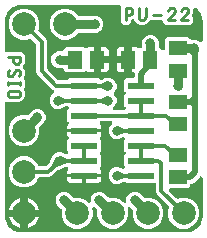
<source format=gbr>
G04 EAGLE Gerber RS-274X export*
G75*
%MOMM*%
%FSLAX34Y34*%
%LPD*%
%INTop Copper*%
%IPPOS*%
%AMOC8*
5,1,8,0,0,1.08239X$1,22.5*%
G01*
%ADD10C,0.228600*%
%ADD11R,1.300000X1.500000*%
%ADD12C,2.000000*%
%ADD13R,1.500000X1.300000*%
%ADD14R,2.286000X0.609600*%
%ADD15C,0.304800*%
%ADD16C,0.800000*%
%ADD17C,0.800000*%
%ADD18C,0.508000*%

G36*
X157971Y3816D02*
X157971Y3816D01*
X158048Y3815D01*
X159885Y3960D01*
X159941Y3971D01*
X159998Y3973D01*
X160208Y4023D01*
X160227Y4027D01*
X160230Y4028D01*
X160236Y4030D01*
X163728Y5165D01*
X163834Y5213D01*
X163944Y5253D01*
X164008Y5292D01*
X164045Y5309D01*
X164080Y5337D01*
X164153Y5381D01*
X167124Y7539D01*
X167210Y7618D01*
X167301Y7691D01*
X167350Y7747D01*
X167380Y7775D01*
X167405Y7812D01*
X167461Y7876D01*
X169619Y10847D01*
X169677Y10949D01*
X169741Y11046D01*
X169770Y11115D01*
X169790Y11151D01*
X169803Y11194D01*
X169835Y11272D01*
X170970Y14764D01*
X170982Y14820D01*
X171001Y14874D01*
X171036Y15088D01*
X171039Y15106D01*
X171039Y15110D01*
X171040Y15115D01*
X171185Y16952D01*
X171183Y16994D01*
X171189Y17071D01*
X171189Y49608D01*
X171178Y49708D01*
X171176Y49808D01*
X171158Y49880D01*
X171149Y49954D01*
X171116Y50049D01*
X171091Y50146D01*
X171057Y50212D01*
X171032Y50282D01*
X170977Y50367D01*
X170931Y50456D01*
X170883Y50513D01*
X170843Y50575D01*
X170771Y50645D01*
X170706Y50722D01*
X170646Y50766D01*
X170592Y50817D01*
X170506Y50869D01*
X170425Y50929D01*
X170357Y50958D01*
X170293Y50996D01*
X170198Y51027D01*
X170105Y51067D01*
X170032Y51080D01*
X169961Y51103D01*
X169861Y51111D01*
X169762Y51128D01*
X169688Y51125D01*
X169614Y51131D01*
X169515Y51116D01*
X169414Y51110D01*
X169343Y51090D01*
X169269Y51079D01*
X169176Y51042D01*
X169079Y51014D01*
X169014Y50978D01*
X168945Y50950D01*
X168863Y50893D01*
X168775Y50844D01*
X168699Y50779D01*
X168659Y50751D01*
X168635Y50725D01*
X168589Y50685D01*
X167951Y50048D01*
X163666Y45762D01*
X161489Y44861D01*
X161422Y44823D01*
X161351Y44795D01*
X161270Y44739D01*
X161184Y44691D01*
X161128Y44640D01*
X161065Y44596D01*
X160999Y44523D01*
X160926Y44457D01*
X160883Y44394D01*
X160832Y44337D01*
X160784Y44251D01*
X160728Y44170D01*
X160700Y44099D01*
X160663Y44032D01*
X160636Y43938D01*
X160600Y43846D01*
X160589Y43771D01*
X160568Y43697D01*
X160556Y43548D01*
X160549Y43501D01*
X160551Y43482D01*
X160549Y43453D01*
X160549Y42737D01*
X158763Y40951D01*
X144193Y40951D01*
X144093Y40940D01*
X143993Y40938D01*
X143921Y40920D01*
X143847Y40911D01*
X143752Y40878D01*
X143655Y40853D01*
X143589Y40819D01*
X143519Y40794D01*
X143434Y40739D01*
X143345Y40693D01*
X143288Y40645D01*
X143226Y40605D01*
X143156Y40533D01*
X143080Y40468D01*
X143035Y40408D01*
X142984Y40354D01*
X142932Y40268D01*
X142872Y40187D01*
X142843Y40119D01*
X142805Y40055D01*
X142774Y39959D01*
X142734Y39867D01*
X142721Y39794D01*
X142699Y39723D01*
X142691Y39623D01*
X142673Y39524D01*
X142677Y39450D01*
X142671Y39376D01*
X142686Y39276D01*
X142691Y39176D01*
X142711Y39105D01*
X142722Y39031D01*
X142759Y38938D01*
X142787Y38841D01*
X142824Y38776D01*
X142851Y38707D01*
X142908Y38625D01*
X142957Y38537D01*
X143023Y38461D01*
X143050Y38421D01*
X143076Y38397D01*
X143116Y38351D01*
X148866Y32601D01*
X148926Y32553D01*
X148979Y32499D01*
X149062Y32445D01*
X149139Y32384D01*
X149208Y32352D01*
X149272Y32310D01*
X149365Y32277D01*
X149454Y32235D01*
X149529Y32219D01*
X149601Y32194D01*
X149699Y32183D01*
X149795Y32162D01*
X149871Y32163D01*
X149947Y32155D01*
X150045Y32166D01*
X150143Y32168D01*
X150217Y32187D01*
X150293Y32195D01*
X150436Y32241D01*
X150481Y32253D01*
X150498Y32262D01*
X150526Y32271D01*
X152404Y33049D01*
X157596Y33049D01*
X162392Y31062D01*
X166062Y27392D01*
X168049Y22596D01*
X168049Y17404D01*
X166062Y12608D01*
X162392Y8938D01*
X157596Y6951D01*
X152404Y6951D01*
X147608Y8938D01*
X143938Y12608D01*
X141951Y17404D01*
X141951Y22596D01*
X142729Y24474D01*
X142750Y24548D01*
X142781Y24618D01*
X142798Y24714D01*
X142825Y24809D01*
X142829Y24885D01*
X142842Y24961D01*
X142837Y25059D01*
X142842Y25157D01*
X142828Y25232D01*
X142824Y25309D01*
X142797Y25403D01*
X142779Y25500D01*
X142749Y25570D01*
X142728Y25644D01*
X142680Y25729D01*
X142641Y25820D01*
X142595Y25881D01*
X142558Y25948D01*
X142461Y26061D01*
X142433Y26099D01*
X142418Y26112D01*
X142399Y26134D01*
X132373Y36160D01*
X131677Y37840D01*
X131677Y44280D01*
X131674Y44306D01*
X131676Y44332D01*
X131654Y44479D01*
X131637Y44626D01*
X131629Y44651D01*
X131625Y44677D01*
X131570Y44815D01*
X131520Y44954D01*
X131506Y44976D01*
X131496Y45001D01*
X131411Y45122D01*
X131331Y45247D01*
X131312Y45265D01*
X131297Y45287D01*
X131187Y45386D01*
X131080Y45489D01*
X131058Y45503D01*
X131038Y45520D01*
X130908Y45592D01*
X130781Y45668D01*
X130756Y45676D01*
X130733Y45689D01*
X130590Y45729D01*
X130449Y45774D01*
X130423Y45776D01*
X130398Y45784D01*
X130154Y45803D01*
X106437Y45803D01*
X105916Y46325D01*
X105836Y46388D01*
X105763Y46458D01*
X105700Y46496D01*
X105643Y46541D01*
X105551Y46585D01*
X105464Y46637D01*
X105394Y46659D01*
X105328Y46690D01*
X105229Y46712D01*
X105132Y46742D01*
X105059Y46748D01*
X104987Y46764D01*
X104886Y46762D01*
X104785Y46770D01*
X104712Y46759D01*
X104638Y46758D01*
X104540Y46733D01*
X104440Y46718D01*
X104347Y46684D01*
X104300Y46673D01*
X104268Y46656D01*
X104210Y46635D01*
X103080Y46123D01*
X102950Y46045D01*
X102817Y45971D01*
X102796Y45953D01*
X102781Y45944D01*
X102774Y45937D01*
X101578Y45442D01*
X101561Y45432D01*
X101532Y45422D01*
X100928Y45148D01*
X100765Y45074D01*
X100733Y45071D01*
X100707Y45062D01*
X100689Y45060D01*
X100646Y45042D01*
X100500Y44996D01*
X100152Y44851D01*
X97348Y44851D01*
X94757Y45924D01*
X92774Y47907D01*
X91701Y50498D01*
X91701Y53302D01*
X92774Y55893D01*
X94757Y57876D01*
X97348Y58949D01*
X100152Y58949D01*
X100500Y58804D01*
X100646Y58763D01*
X100769Y58724D01*
X101532Y58378D01*
X101550Y58372D01*
X101577Y58358D01*
X102797Y57853D01*
X102866Y57795D01*
X102890Y57782D01*
X102904Y57771D01*
X102946Y57751D01*
X103080Y57676D01*
X103105Y57665D01*
X103173Y57643D01*
X103219Y57622D01*
X103221Y57621D01*
X103244Y57610D01*
X103342Y57589D01*
X103437Y57559D01*
X103512Y57553D01*
X103585Y57537D01*
X103685Y57539D01*
X103785Y57531D01*
X103859Y57542D01*
X103933Y57543D01*
X104030Y57567D01*
X104129Y57582D01*
X104199Y57610D01*
X104271Y57628D01*
X104360Y57674D01*
X104453Y57711D01*
X104515Y57753D01*
X104581Y57788D01*
X104657Y57853D01*
X104739Y57910D01*
X104790Y57965D01*
X104847Y58014D01*
X104906Y58094D01*
X104973Y58168D01*
X105009Y58234D01*
X105054Y58294D01*
X105093Y58385D01*
X105142Y58473D01*
X105162Y58545D01*
X105192Y58614D01*
X105209Y58712D01*
X105237Y58808D01*
X105240Y58883D01*
X105253Y58957D01*
X105248Y59057D01*
X105253Y59157D01*
X105239Y59230D01*
X105235Y59305D01*
X105208Y59401D01*
X105190Y59499D01*
X105160Y59568D01*
X105139Y59640D01*
X105090Y59727D01*
X105050Y59819D01*
X105005Y59878D01*
X104969Y59944D01*
X104869Y60061D01*
X104842Y60098D01*
X104828Y60110D01*
X104810Y60130D01*
X104651Y60289D01*
X104651Y68911D01*
X105613Y69873D01*
X105630Y69893D01*
X105650Y69910D01*
X105738Y70030D01*
X105830Y70146D01*
X105841Y70170D01*
X105857Y70191D01*
X105916Y70327D01*
X105979Y70461D01*
X105984Y70487D01*
X105995Y70511D01*
X106021Y70657D01*
X106052Y70802D01*
X106052Y70828D01*
X106056Y70854D01*
X106049Y71002D01*
X106046Y71150D01*
X106040Y71176D01*
X106039Y71202D01*
X105997Y71344D01*
X105961Y71488D01*
X105949Y71511D01*
X105942Y71537D01*
X105869Y71666D01*
X105802Y71798D01*
X105785Y71818D01*
X105772Y71841D01*
X105613Y72027D01*
X104651Y72989D01*
X104651Y81611D01*
X104810Y81770D01*
X104857Y81829D01*
X104911Y81881D01*
X104965Y81965D01*
X105027Y82043D01*
X105059Y82111D01*
X105100Y82174D01*
X105133Y82268D01*
X105176Y82358D01*
X105192Y82431D01*
X105217Y82502D01*
X105228Y82601D01*
X105249Y82699D01*
X105248Y82774D01*
X105256Y82848D01*
X105245Y82947D01*
X105243Y83047D01*
X105225Y83120D01*
X105216Y83195D01*
X105182Y83288D01*
X105158Y83385D01*
X105124Y83452D01*
X105098Y83523D01*
X105044Y83606D01*
X104999Y83695D01*
X104950Y83752D01*
X104909Y83815D01*
X104837Y83884D01*
X104773Y83960D01*
X104712Y84005D01*
X104658Y84057D01*
X104573Y84108D01*
X104492Y84167D01*
X104423Y84197D01*
X104359Y84236D01*
X104264Y84266D01*
X104172Y84305D01*
X104098Y84319D01*
X104027Y84342D01*
X103928Y84349D01*
X103829Y84367D01*
X103754Y84363D01*
X103679Y84369D01*
X103581Y84354D01*
X103481Y84349D01*
X103409Y84328D01*
X103335Y84317D01*
X103191Y84265D01*
X103146Y84253D01*
X103131Y84244D01*
X103121Y84241D01*
X103117Y84239D01*
X103105Y84234D01*
X103080Y84223D01*
X102950Y84145D01*
X102817Y84071D01*
X102796Y84053D01*
X102781Y84044D01*
X102774Y84037D01*
X101578Y83542D01*
X101561Y83532D01*
X101532Y83522D01*
X100928Y83248D01*
X100765Y83174D01*
X100733Y83171D01*
X100707Y83162D01*
X100689Y83160D01*
X100646Y83142D01*
X100500Y83096D01*
X100152Y82951D01*
X97348Y82951D01*
X94757Y84024D01*
X92774Y86007D01*
X91701Y88598D01*
X91701Y91402D01*
X92774Y93993D01*
X94309Y95527D01*
X94371Y95606D01*
X94441Y95678D01*
X94479Y95742D01*
X94525Y95800D01*
X94568Y95891D01*
X94620Y95977D01*
X94642Y96048D01*
X94674Y96115D01*
X94695Y96213D01*
X94726Y96309D01*
X94732Y96383D01*
X94747Y96456D01*
X94746Y96556D01*
X94754Y96656D01*
X94743Y96730D01*
X94741Y96804D01*
X94717Y96901D01*
X94702Y97001D01*
X94675Y97070D01*
X94656Y97142D01*
X94610Y97231D01*
X94573Y97325D01*
X94531Y97386D01*
X94497Y97452D01*
X94432Y97528D01*
X94374Y97611D01*
X94319Y97661D01*
X94271Y97717D01*
X94190Y97777D01*
X94116Y97844D01*
X94051Y97880D01*
X93991Y97925D01*
X93898Y97964D01*
X93811Y98013D01*
X93739Y98033D01*
X93671Y98063D01*
X93572Y98080D01*
X93475Y98108D01*
X93375Y98116D01*
X93328Y98124D01*
X93292Y98122D01*
X93231Y98127D01*
X85718Y98127D01*
X85592Y98113D01*
X85466Y98106D01*
X85420Y98093D01*
X85372Y98087D01*
X85253Y98045D01*
X85131Y98010D01*
X85089Y97986D01*
X85043Y97970D01*
X84937Y97901D01*
X84827Y97840D01*
X84781Y97800D01*
X84751Y97781D01*
X84717Y97746D01*
X84641Y97681D01*
X84387Y97427D01*
X84370Y97407D01*
X84350Y97390D01*
X84262Y97270D01*
X84170Y97154D01*
X84159Y97130D01*
X84143Y97109D01*
X84084Y96973D01*
X84021Y96839D01*
X84016Y96813D01*
X84005Y96789D01*
X83979Y96643D01*
X83948Y96498D01*
X83948Y96472D01*
X83944Y96446D01*
X83951Y96298D01*
X83954Y96150D01*
X83960Y96124D01*
X83961Y96098D01*
X84003Y95956D01*
X84039Y95812D01*
X84051Y95789D01*
X84058Y95763D01*
X84130Y95634D01*
X84198Y95502D01*
X84215Y95482D01*
X84228Y95459D01*
X84387Y95273D01*
X84740Y94920D01*
X85141Y94225D01*
X85349Y93449D01*
X85349Y91523D01*
X70870Y91523D01*
X56391Y91523D01*
X56391Y93449D01*
X56599Y94225D01*
X57000Y94920D01*
X57353Y95273D01*
X57370Y95293D01*
X57390Y95310D01*
X57478Y95430D01*
X57570Y95546D01*
X57581Y95570D01*
X57597Y95591D01*
X57656Y95727D01*
X57719Y95861D01*
X57724Y95887D01*
X57735Y95911D01*
X57761Y96057D01*
X57792Y96202D01*
X57792Y96228D01*
X57796Y96254D01*
X57789Y96402D01*
X57786Y96550D01*
X57780Y96576D01*
X57779Y96602D01*
X57737Y96744D01*
X57701Y96888D01*
X57689Y96911D01*
X57682Y96937D01*
X57610Y97066D01*
X57542Y97198D01*
X57525Y97218D01*
X57512Y97241D01*
X57353Y97427D01*
X56391Y98389D01*
X56391Y107011D01*
X57353Y107973D01*
X57370Y107994D01*
X57390Y108011D01*
X57478Y108130D01*
X57570Y108246D01*
X57581Y108270D01*
X57597Y108291D01*
X57655Y108427D01*
X57719Y108561D01*
X57724Y108587D01*
X57735Y108611D01*
X57761Y108757D01*
X57792Y108902D01*
X57792Y108928D01*
X57796Y108954D01*
X57789Y109102D01*
X57786Y109250D01*
X57780Y109276D01*
X57779Y109302D01*
X57737Y109445D01*
X57701Y109588D01*
X57689Y109612D01*
X57682Y109637D01*
X57610Y109766D01*
X57542Y109898D01*
X57525Y109918D01*
X57512Y109941D01*
X57353Y110127D01*
X57113Y110367D01*
X57034Y110430D01*
X56961Y110500D01*
X56898Y110538D01*
X56840Y110584D01*
X56749Y110627D01*
X56662Y110679D01*
X56591Y110701D01*
X56525Y110733D01*
X56426Y110754D01*
X56330Y110785D01*
X56256Y110791D01*
X56184Y110806D01*
X56083Y110804D01*
X55982Y110813D01*
X55909Y110802D01*
X55836Y110800D01*
X55738Y110776D01*
X55638Y110760D01*
X55544Y110727D01*
X55498Y110715D01*
X55466Y110699D01*
X55407Y110678D01*
X53080Y109623D01*
X52950Y109545D01*
X52817Y109471D01*
X52796Y109453D01*
X52781Y109444D01*
X52774Y109437D01*
X51578Y108942D01*
X51561Y108932D01*
X51532Y108922D01*
X50928Y108648D01*
X50765Y108574D01*
X50733Y108571D01*
X50707Y108562D01*
X50689Y108560D01*
X50646Y108542D01*
X50500Y108496D01*
X50152Y108351D01*
X47348Y108351D01*
X44757Y109424D01*
X42774Y111407D01*
X41701Y113998D01*
X41701Y116802D01*
X42774Y119393D01*
X44797Y121415D01*
X44829Y121439D01*
X44894Y121476D01*
X44969Y121543D01*
X45050Y121603D01*
X45098Y121660D01*
X45153Y121710D01*
X45210Y121792D01*
X45275Y121869D01*
X45309Y121935D01*
X45351Y121996D01*
X45388Y122090D01*
X45433Y122179D01*
X45451Y122251D01*
X45479Y122321D01*
X45493Y122420D01*
X45518Y122518D01*
X45519Y122592D01*
X45529Y122665D01*
X45521Y122765D01*
X45523Y122866D01*
X45507Y122939D01*
X45501Y123013D01*
X45470Y123108D01*
X45448Y123207D01*
X45416Y123274D01*
X45394Y123344D01*
X45342Y123430D01*
X45298Y123521D01*
X45252Y123579D01*
X45214Y123643D01*
X45144Y123715D01*
X45081Y123794D01*
X45023Y123840D01*
X44971Y123893D01*
X44887Y123947D01*
X44808Y124010D01*
X44718Y124055D01*
X44678Y124081D01*
X44644Y124093D01*
X44590Y124121D01*
X44342Y124223D01*
X32624Y135942D01*
X31123Y137442D01*
X30427Y139123D01*
X30427Y162475D01*
X30413Y162601D01*
X30406Y162727D01*
X30393Y162773D01*
X30387Y162821D01*
X30345Y162940D01*
X30310Y163062D01*
X30286Y163104D01*
X30270Y163149D01*
X30201Y163256D01*
X30140Y163366D01*
X30100Y163412D01*
X30081Y163442D01*
X30046Y163476D01*
X29981Y163552D01*
X26134Y167399D01*
X26074Y167447D01*
X26021Y167501D01*
X25938Y167555D01*
X25861Y167616D01*
X25792Y167648D01*
X25728Y167690D01*
X25635Y167723D01*
X25546Y167765D01*
X25471Y167781D01*
X25399Y167806D01*
X25301Y167817D01*
X25205Y167838D01*
X25129Y167837D01*
X25053Y167845D01*
X24955Y167834D01*
X24857Y167832D01*
X24783Y167813D01*
X24707Y167805D01*
X24565Y167759D01*
X24519Y167747D01*
X24502Y167738D01*
X24474Y167729D01*
X22596Y166951D01*
X17404Y166951D01*
X12608Y168938D01*
X8938Y172608D01*
X6951Y177404D01*
X6951Y182596D01*
X8938Y187392D01*
X12608Y191062D01*
X17404Y193049D01*
X22596Y193049D01*
X27392Y191062D01*
X31062Y187392D01*
X33049Y182596D01*
X33049Y177404D01*
X32271Y175526D01*
X32250Y175452D01*
X32219Y175382D01*
X32202Y175286D01*
X32175Y175191D01*
X32171Y175115D01*
X32158Y175039D01*
X32163Y174941D01*
X32158Y174843D01*
X32172Y174768D01*
X32176Y174691D01*
X32203Y174597D01*
X32221Y174500D01*
X32251Y174430D01*
X32272Y174356D01*
X32320Y174270D01*
X32359Y174180D01*
X32405Y174119D01*
X32442Y174052D01*
X32539Y173938D01*
X32567Y173901D01*
X32582Y173888D01*
X32601Y173866D01*
X37376Y169091D01*
X38877Y167590D01*
X39573Y165910D01*
X39573Y142558D01*
X39587Y142432D01*
X39594Y142306D01*
X39607Y142259D01*
X39613Y142211D01*
X39655Y142092D01*
X39690Y141971D01*
X39714Y141929D01*
X39730Y141883D01*
X39799Y141777D01*
X39860Y141667D01*
X39900Y141620D01*
X39919Y141590D01*
X39954Y141557D01*
X40019Y141480D01*
X48381Y133119D01*
X48480Y133040D01*
X48573Y132956D01*
X48616Y132932D01*
X48654Y132902D01*
X48768Y132848D01*
X48878Y132787D01*
X48925Y132774D01*
X48969Y132753D01*
X49092Y132727D01*
X49214Y132692D01*
X49275Y132687D01*
X49309Y132680D01*
X49357Y132681D01*
X49458Y132673D01*
X56022Y132673D01*
X56148Y132687D01*
X56274Y132694D01*
X56320Y132707D01*
X56368Y132713D01*
X56487Y132755D01*
X56609Y132790D01*
X56651Y132814D01*
X56697Y132830D01*
X56803Y132899D01*
X56913Y132960D01*
X56959Y133000D01*
X56989Y133019D01*
X57023Y133054D01*
X57099Y133119D01*
X58177Y134197D01*
X83563Y134197D01*
X84278Y133481D01*
X84298Y133466D01*
X84314Y133447D01*
X84433Y133358D01*
X84551Y133265D01*
X84574Y133254D01*
X84594Y133239D01*
X84731Y133180D01*
X84866Y133116D01*
X84891Y133111D01*
X84914Y133101D01*
X85061Y133074D01*
X85207Y133043D01*
X85232Y133043D01*
X85257Y133038D01*
X85406Y133046D01*
X85555Y133048D01*
X85580Y133055D01*
X85605Y133056D01*
X85842Y133115D01*
X88723Y134087D01*
X88757Y134103D01*
X88820Y134123D01*
X89848Y134549D01*
X92652Y134549D01*
X95243Y133476D01*
X97226Y131493D01*
X98299Y128902D01*
X98299Y126098D01*
X97226Y123507D01*
X96246Y122527D01*
X96229Y122507D01*
X96209Y122490D01*
X96121Y122370D01*
X96029Y122254D01*
X96018Y122230D01*
X96002Y122209D01*
X95943Y122073D01*
X95880Y121939D01*
X95874Y121913D01*
X95864Y121889D01*
X95838Y121743D01*
X95807Y121598D01*
X95807Y121572D01*
X95802Y121546D01*
X95810Y121398D01*
X95813Y121250D01*
X95819Y121224D01*
X95820Y121198D01*
X95861Y121056D01*
X95898Y120912D01*
X95910Y120888D01*
X95917Y120863D01*
X95989Y120734D01*
X96057Y120602D01*
X96074Y120582D01*
X96087Y120559D01*
X96246Y120373D01*
X97226Y119393D01*
X98299Y116802D01*
X98299Y113998D01*
X97226Y111407D01*
X95691Y109873D01*
X95629Y109794D01*
X95559Y109722D01*
X95521Y109658D01*
X95475Y109600D01*
X95432Y109509D01*
X95380Y109423D01*
X95358Y109352D01*
X95326Y109285D01*
X95305Y109187D01*
X95274Y109091D01*
X95268Y109017D01*
X95253Y108944D01*
X95254Y108844D01*
X95246Y108744D01*
X95257Y108670D01*
X95259Y108596D01*
X95283Y108499D01*
X95298Y108399D01*
X95325Y108330D01*
X95344Y108258D01*
X95390Y108169D01*
X95427Y108075D01*
X95469Y108014D01*
X95503Y107948D01*
X95568Y107872D01*
X95626Y107789D01*
X95681Y107739D01*
X95729Y107683D01*
X95810Y107623D01*
X95884Y107556D01*
X95949Y107520D01*
X96009Y107475D01*
X96102Y107436D01*
X96189Y107387D01*
X96261Y107367D01*
X96329Y107337D01*
X96428Y107320D01*
X96525Y107292D01*
X96625Y107284D01*
X96672Y107276D01*
X96708Y107278D01*
X96769Y107273D01*
X104282Y107273D01*
X104408Y107287D01*
X104534Y107294D01*
X104580Y107307D01*
X104628Y107313D01*
X104747Y107355D01*
X104869Y107390D01*
X104911Y107414D01*
X104957Y107430D01*
X105063Y107499D01*
X105173Y107560D01*
X105219Y107600D01*
X105249Y107619D01*
X105283Y107654D01*
X105359Y107719D01*
X105613Y107973D01*
X105630Y107993D01*
X105650Y108010D01*
X105738Y108130D01*
X105830Y108246D01*
X105841Y108270D01*
X105857Y108291D01*
X105916Y108427D01*
X105979Y108561D01*
X105984Y108587D01*
X105995Y108611D01*
X106021Y108757D01*
X106052Y108902D01*
X106052Y108928D01*
X106056Y108954D01*
X106049Y109102D01*
X106046Y109250D01*
X106040Y109276D01*
X106039Y109302D01*
X105998Y109444D01*
X105961Y109588D01*
X105949Y109611D01*
X105942Y109637D01*
X105870Y109766D01*
X105802Y109898D01*
X105785Y109918D01*
X105772Y109941D01*
X105613Y110127D01*
X104651Y111089D01*
X104651Y119711D01*
X105613Y120673D01*
X105630Y120693D01*
X105650Y120710D01*
X105738Y120830D01*
X105830Y120946D01*
X105841Y120970D01*
X105857Y120991D01*
X105916Y121127D01*
X105979Y121261D01*
X105984Y121287D01*
X105995Y121311D01*
X106021Y121457D01*
X106052Y121602D01*
X106052Y121628D01*
X106056Y121654D01*
X106049Y121802D01*
X106046Y121950D01*
X106040Y121976D01*
X106039Y122002D01*
X105997Y122144D01*
X105961Y122288D01*
X105949Y122311D01*
X105942Y122337D01*
X105869Y122466D01*
X105802Y122598D01*
X105785Y122618D01*
X105772Y122641D01*
X105613Y122827D01*
X104651Y123789D01*
X104651Y132411D01*
X106437Y134197D01*
X112018Y134197D01*
X112044Y134200D01*
X112070Y134198D01*
X112217Y134220D01*
X112364Y134237D01*
X112389Y134245D01*
X112415Y134249D01*
X112553Y134304D01*
X112692Y134354D01*
X112714Y134368D01*
X112739Y134378D01*
X112860Y134463D01*
X112985Y134543D01*
X113003Y134562D01*
X113025Y134577D01*
X113124Y134687D01*
X113227Y134794D01*
X113241Y134816D01*
X113258Y134836D01*
X113330Y134966D01*
X113406Y135093D01*
X113414Y135118D01*
X113427Y135141D01*
X113467Y135284D01*
X113512Y135425D01*
X113514Y135451D01*
X113522Y135476D01*
X113541Y135720D01*
X113541Y137928D01*
X113538Y137954D01*
X113540Y137980D01*
X113518Y138127D01*
X113501Y138274D01*
X113493Y138299D01*
X113489Y138325D01*
X113434Y138463D01*
X113384Y138602D01*
X113370Y138624D01*
X113360Y138649D01*
X113275Y138770D01*
X113195Y138895D01*
X113176Y138913D01*
X113161Y138935D01*
X113051Y139034D01*
X112944Y139137D01*
X112922Y139151D01*
X112902Y139168D01*
X112772Y139240D01*
X112645Y139316D01*
X112620Y139324D01*
X112597Y139337D01*
X112454Y139377D01*
X112313Y139422D01*
X112287Y139424D01*
X112262Y139432D01*
X112018Y139451D01*
X111047Y139451D01*
X111047Y148476D01*
X111044Y148502D01*
X111046Y148528D01*
X111024Y148675D01*
X111007Y148822D01*
X110998Y148847D01*
X110995Y148873D01*
X110940Y149011D01*
X110890Y149150D01*
X110876Y149172D01*
X110866Y149197D01*
X110781Y149318D01*
X110701Y149443D01*
X110682Y149461D01*
X110667Y149483D01*
X110557Y149582D01*
X110450Y149685D01*
X110428Y149699D01*
X110408Y149716D01*
X110278Y149788D01*
X110151Y149864D01*
X110126Y149872D01*
X110103Y149885D01*
X109960Y149925D01*
X109819Y149970D01*
X109793Y149972D01*
X109768Y149980D01*
X109524Y149999D01*
X107999Y149999D01*
X107999Y150001D01*
X109524Y150001D01*
X109550Y150004D01*
X109576Y150002D01*
X109723Y150024D01*
X109870Y150041D01*
X109895Y150050D01*
X109921Y150053D01*
X110059Y150108D01*
X110198Y150158D01*
X110220Y150172D01*
X110245Y150182D01*
X110366Y150267D01*
X110491Y150347D01*
X110509Y150366D01*
X110531Y150381D01*
X110630Y150491D01*
X110733Y150598D01*
X110747Y150620D01*
X110764Y150640D01*
X110836Y150770D01*
X110912Y150897D01*
X110920Y150922D01*
X110933Y150945D01*
X110973Y151088D01*
X111018Y151229D01*
X111020Y151255D01*
X111028Y151280D01*
X111047Y151524D01*
X111047Y160549D01*
X114901Y160549D01*
X115677Y160341D01*
X116372Y159940D01*
X116423Y159889D01*
X116443Y159872D01*
X116460Y159852D01*
X116580Y159764D01*
X116696Y159672D01*
X116720Y159661D01*
X116741Y159645D01*
X116877Y159586D01*
X117011Y159523D01*
X117037Y159518D01*
X117061Y159507D01*
X117207Y159481D01*
X117352Y159450D01*
X117378Y159450D01*
X117404Y159446D01*
X117552Y159453D01*
X117700Y159456D01*
X117726Y159462D01*
X117752Y159463D01*
X117894Y159505D01*
X118038Y159541D01*
X118061Y159553D01*
X118087Y159560D01*
X118216Y159633D01*
X118348Y159700D01*
X118368Y159717D01*
X118391Y159730D01*
X118577Y159889D01*
X119505Y160817D01*
X119584Y160916D01*
X119668Y161010D01*
X119692Y161052D01*
X119722Y161090D01*
X119776Y161204D01*
X119837Y161315D01*
X119850Y161361D01*
X119871Y161405D01*
X119897Y161528D01*
X119932Y161650D01*
X119937Y161711D01*
X119944Y161746D01*
X119943Y161794D01*
X119951Y161894D01*
X119951Y165152D01*
X121024Y167743D01*
X123007Y169726D01*
X125598Y170799D01*
X128402Y170799D01*
X130993Y169726D01*
X132976Y167743D01*
X134049Y165152D01*
X134049Y161894D01*
X134063Y161768D01*
X134070Y161642D01*
X134083Y161596D01*
X134089Y161548D01*
X134131Y161429D01*
X134166Y161307D01*
X134190Y161265D01*
X134206Y161219D01*
X134275Y161113D01*
X134336Y161003D01*
X134376Y160957D01*
X134395Y160927D01*
X134430Y160893D01*
X134495Y160817D01*
X136851Y158461D01*
X136929Y158398D01*
X137002Y158328D01*
X137066Y158290D01*
X137124Y158244D01*
X137215Y158201D01*
X137301Y158150D01*
X137372Y158127D01*
X137439Y158095D01*
X137537Y158074D01*
X137633Y158043D01*
X137707Y158037D01*
X137780Y158022D01*
X137880Y158023D01*
X137980Y158015D01*
X138054Y158026D01*
X138128Y158028D01*
X138225Y158052D01*
X138325Y158067D01*
X138394Y158095D01*
X138466Y158113D01*
X138555Y158159D01*
X138649Y158196D01*
X138710Y158238D01*
X138776Y158272D01*
X138852Y158337D01*
X138935Y158395D01*
X138985Y158450D01*
X139041Y158498D01*
X139101Y158579D01*
X139168Y158654D01*
X139204Y158719D01*
X139249Y158778D01*
X139288Y158871D01*
X139337Y158959D01*
X139357Y159030D01*
X139387Y159098D01*
X139404Y159197D01*
X139432Y159294D01*
X139440Y159394D01*
X139448Y159441D01*
X139446Y159477D01*
X139451Y159538D01*
X139451Y167263D01*
X141237Y169049D01*
X158763Y169049D01*
X160317Y167495D01*
X160416Y167416D01*
X160510Y167332D01*
X160552Y167308D01*
X160590Y167278D01*
X160704Y167224D01*
X160815Y167163D01*
X160861Y167150D01*
X160905Y167129D01*
X161028Y167103D01*
X161150Y167068D01*
X161211Y167063D01*
X161245Y167056D01*
X161293Y167057D01*
X161394Y167049D01*
X165152Y167049D01*
X167743Y165976D01*
X168589Y165129D01*
X168668Y165067D01*
X168740Y164997D01*
X168804Y164959D01*
X168862Y164913D01*
X168953Y164870D01*
X169039Y164818D01*
X169110Y164796D01*
X169177Y164764D01*
X169275Y164743D01*
X169371Y164712D01*
X169445Y164706D01*
X169518Y164691D01*
X169618Y164692D01*
X169718Y164684D01*
X169792Y164695D01*
X169866Y164697D01*
X169963Y164721D01*
X170063Y164736D01*
X170132Y164763D01*
X170204Y164782D01*
X170293Y164828D01*
X170387Y164865D01*
X170448Y164907D01*
X170514Y164941D01*
X170590Y165006D01*
X170673Y165064D01*
X170723Y165119D01*
X170779Y165167D01*
X170839Y165248D01*
X170906Y165322D01*
X170942Y165387D01*
X170987Y165447D01*
X171026Y165539D01*
X171075Y165627D01*
X171095Y165699D01*
X171125Y165767D01*
X171142Y165866D01*
X171170Y165963D01*
X171178Y166063D01*
X171186Y166110D01*
X171184Y166146D01*
X171189Y166207D01*
X171189Y182929D01*
X171184Y182971D01*
X171185Y183048D01*
X171040Y184885D01*
X171029Y184941D01*
X171027Y184998D01*
X170977Y185208D01*
X170973Y185227D01*
X170972Y185230D01*
X170970Y185236D01*
X169835Y188728D01*
X169787Y188834D01*
X169747Y188944D01*
X169708Y189008D01*
X169691Y189045D01*
X169663Y189080D01*
X169619Y189153D01*
X167461Y192124D01*
X167420Y192168D01*
X167413Y192177D01*
X167402Y192188D01*
X167382Y192210D01*
X167309Y192301D01*
X167253Y192350D01*
X167225Y192380D01*
X167188Y192405D01*
X167124Y192461D01*
X165678Y193511D01*
X165543Y193587D01*
X165410Y193667D01*
X165391Y193673D01*
X165374Y193682D01*
X165226Y193726D01*
X165078Y193773D01*
X165058Y193775D01*
X165040Y193780D01*
X164885Y193789D01*
X164730Y193801D01*
X164711Y193798D01*
X164692Y193799D01*
X164539Y193772D01*
X164386Y193749D01*
X164368Y193742D01*
X164349Y193739D01*
X164206Y193678D01*
X164062Y193621D01*
X164046Y193610D01*
X164028Y193602D01*
X163903Y193510D01*
X163776Y193422D01*
X163763Y193407D01*
X163747Y193396D01*
X163646Y193278D01*
X163542Y193163D01*
X163533Y193146D01*
X163520Y193131D01*
X163449Y192994D01*
X163374Y192858D01*
X163369Y192839D01*
X163360Y192822D01*
X163321Y192672D01*
X163279Y192522D01*
X163277Y192499D01*
X163273Y192484D01*
X163272Y192441D01*
X163259Y192279D01*
X163259Y189517D01*
X163240Y189498D01*
X163138Y189369D01*
X163031Y189238D01*
X163027Y189230D01*
X163024Y189225D01*
X163013Y189203D01*
X162917Y189021D01*
X162650Y188396D01*
X162629Y188326D01*
X162599Y188260D01*
X162579Y188160D01*
X162550Y188062D01*
X162545Y187989D01*
X162531Y187918D01*
X162531Y187847D01*
X162470Y187756D01*
X162388Y187644D01*
X162373Y187611D01*
X162354Y187582D01*
X162305Y187452D01*
X162250Y187324D01*
X162243Y187289D01*
X162231Y187256D01*
X162213Y187118D01*
X162188Y186981D01*
X162190Y186945D01*
X162185Y186910D01*
X162199Y186772D01*
X162206Y186633D01*
X162216Y186599D01*
X162219Y186563D01*
X162264Y186432D01*
X162302Y186298D01*
X162320Y186267D01*
X162331Y186233D01*
X162405Y186115D01*
X162473Y185994D01*
X162501Y185961D01*
X162515Y185937D01*
X162551Y185902D01*
X162631Y185808D01*
X163259Y185179D01*
X163259Y181707D01*
X160804Y179251D01*
X153513Y179251D01*
X153471Y179246D01*
X153390Y179246D01*
X151796Y179117D01*
X151761Y179137D01*
X151655Y179167D01*
X151615Y179182D01*
X151537Y179260D01*
X151516Y179276D01*
X151499Y179296D01*
X151380Y179385D01*
X151264Y179477D01*
X151240Y179488D01*
X151219Y179504D01*
X151082Y179562D01*
X150949Y179626D01*
X150923Y179631D01*
X150899Y179642D01*
X150753Y179668D01*
X150608Y179699D01*
X150582Y179699D01*
X150556Y179703D01*
X150408Y179696D01*
X150260Y179693D01*
X150234Y179687D01*
X150208Y179685D01*
X150066Y179644D01*
X149922Y179608D01*
X149898Y179596D01*
X149873Y179589D01*
X149744Y179516D01*
X149612Y179448D01*
X149592Y179431D01*
X149569Y179419D01*
X149383Y179260D01*
X149374Y179251D01*
X142083Y179251D01*
X142041Y179246D01*
X141960Y179246D01*
X140366Y179117D01*
X140331Y179137D01*
X140225Y179167D01*
X140185Y179182D01*
X139052Y180315D01*
X139018Y180342D01*
X138961Y180399D01*
X137743Y181435D01*
X137731Y181474D01*
X137678Y181570D01*
X137660Y181608D01*
X137660Y181778D01*
X137657Y181804D01*
X137659Y181830D01*
X137637Y181977D01*
X137621Y182124D01*
X137612Y182149D01*
X137608Y182175D01*
X137553Y182313D01*
X137503Y182452D01*
X137489Y182474D01*
X137479Y182499D01*
X137395Y182620D01*
X137314Y182745D01*
X137295Y182763D01*
X137280Y182785D01*
X137170Y182884D01*
X137063Y182987D01*
X137041Y183001D01*
X137021Y183018D01*
X136891Y183090D01*
X136764Y183166D01*
X136739Y183174D01*
X136716Y183187D01*
X136573Y183227D01*
X136432Y183272D01*
X136406Y183274D01*
X136381Y183282D01*
X136137Y183301D01*
X127288Y183301D01*
X127138Y183284D01*
X126987Y183271D01*
X126965Y183264D01*
X126942Y183261D01*
X126799Y183210D01*
X126656Y183164D01*
X126636Y183152D01*
X126613Y183144D01*
X126486Y183062D01*
X126357Y182984D01*
X126340Y182968D01*
X126321Y182955D01*
X126216Y182846D01*
X126108Y182741D01*
X126091Y182717D01*
X126078Y182704D01*
X126054Y182664D01*
X125969Y182540D01*
X125166Y181150D01*
X121878Y179251D01*
X118082Y179251D01*
X114794Y181150D01*
X113356Y183641D01*
X113340Y183662D01*
X113329Y183685D01*
X113237Y183801D01*
X113148Y183920D01*
X113128Y183937D01*
X113112Y183958D01*
X112995Y184050D01*
X112882Y184146D01*
X112859Y184158D01*
X112838Y184174D01*
X112704Y184237D01*
X112572Y184305D01*
X112547Y184311D01*
X112523Y184322D01*
X112378Y184353D01*
X112234Y184389D01*
X112208Y184390D01*
X112182Y184395D01*
X112034Y184392D01*
X111885Y184395D01*
X111860Y184389D01*
X111834Y184389D01*
X111690Y184352D01*
X111545Y184321D01*
X111521Y184309D01*
X111496Y184303D01*
X111275Y184198D01*
X110886Y183973D01*
X110764Y183883D01*
X110640Y183797D01*
X110625Y183780D01*
X110606Y183766D01*
X110508Y183650D01*
X110407Y183538D01*
X110396Y183518D01*
X110380Y183500D01*
X110312Y183366D01*
X110239Y183233D01*
X110232Y183211D01*
X110221Y183190D01*
X110185Y183043D01*
X110144Y182898D01*
X110141Y182870D01*
X110137Y182852D01*
X110136Y182805D01*
X110124Y182654D01*
X110124Y181707D01*
X107669Y179251D01*
X104196Y179251D01*
X101741Y181707D01*
X101741Y194666D01*
X101738Y194692D01*
X101740Y194718D01*
X101718Y194865D01*
X101701Y195012D01*
X101692Y195037D01*
X101688Y195063D01*
X101633Y195201D01*
X101583Y195340D01*
X101569Y195362D01*
X101559Y195387D01*
X101475Y195508D01*
X101394Y195633D01*
X101375Y195651D01*
X101360Y195673D01*
X101251Y195772D01*
X101144Y195875D01*
X101121Y195889D01*
X101102Y195906D01*
X100972Y195978D01*
X100845Y196054D01*
X100820Y196062D01*
X100797Y196075D01*
X100654Y196115D01*
X100513Y196160D01*
X100486Y196162D01*
X100461Y196170D01*
X100217Y196189D01*
X17071Y196189D01*
X17029Y196184D01*
X16952Y196185D01*
X15115Y196040D01*
X15059Y196029D01*
X15002Y196027D01*
X14792Y195977D01*
X14773Y195973D01*
X14770Y195972D01*
X14764Y195970D01*
X11272Y194835D01*
X11166Y194787D01*
X11056Y194747D01*
X10992Y194708D01*
X10955Y194691D01*
X10920Y194663D01*
X10847Y194619D01*
X7876Y192461D01*
X7790Y192382D01*
X7699Y192309D01*
X7650Y192253D01*
X7620Y192225D01*
X7595Y192188D01*
X7539Y192124D01*
X5381Y189153D01*
X5323Y189051D01*
X5259Y188954D01*
X5230Y188885D01*
X5210Y188849D01*
X5197Y188806D01*
X5165Y188728D01*
X4030Y185236D01*
X4018Y185180D01*
X3999Y185126D01*
X3964Y184912D01*
X3961Y184894D01*
X3961Y184890D01*
X3960Y184885D01*
X3815Y183048D01*
X3817Y183006D01*
X3811Y182929D01*
X3811Y157758D01*
X3814Y157731D01*
X3812Y157705D01*
X3834Y157559D01*
X3851Y157411D01*
X3859Y157387D01*
X3863Y157361D01*
X3918Y157223D01*
X3968Y157083D01*
X3982Y157061D01*
X3992Y157037D01*
X4077Y156915D01*
X4157Y156790D01*
X4176Y156772D01*
X4191Y156751D01*
X4301Y156652D01*
X4408Y156548D01*
X4430Y156535D01*
X4450Y156517D01*
X4580Y156446D01*
X4707Y156369D01*
X4732Y156361D01*
X4755Y156349D01*
X4898Y156308D01*
X5039Y156263D01*
X5065Y156261D01*
X5090Y156254D01*
X5334Y156234D01*
X18293Y156234D01*
X20749Y153779D01*
X20749Y147252D01*
X19323Y144782D01*
X19263Y144644D01*
X19199Y144507D01*
X19194Y144484D01*
X19184Y144462D01*
X19158Y144314D01*
X19126Y144166D01*
X19126Y144143D01*
X19122Y144120D01*
X19130Y143969D01*
X19133Y143818D01*
X19138Y143795D01*
X19139Y143771D01*
X19181Y143626D01*
X19218Y143480D01*
X19230Y143454D01*
X19235Y143436D01*
X19258Y143396D01*
X19323Y143259D01*
X20658Y140947D01*
X20704Y140885D01*
X20742Y140817D01*
X20749Y140809D01*
X20749Y137303D01*
X20724Y137267D01*
X20717Y137260D01*
X20702Y137235D01*
X20684Y137208D01*
X20610Y137115D01*
X20586Y137065D01*
X20555Y137018D01*
X20468Y136814D01*
X20462Y136800D01*
X20461Y136797D01*
X20459Y136793D01*
X19853Y134974D01*
X19848Y134952D01*
X19839Y134932D01*
X19812Y134782D01*
X19781Y134633D01*
X19782Y134611D01*
X19778Y134589D01*
X19786Y134437D01*
X19789Y134285D01*
X19794Y134263D01*
X19796Y134241D01*
X19838Y134095D01*
X19876Y133947D01*
X19886Y133927D01*
X19892Y133906D01*
X19966Y133773D01*
X20037Y133638D01*
X20051Y133621D01*
X20062Y133602D01*
X20221Y133415D01*
X20749Y132887D01*
X20749Y127101D01*
X19982Y126334D01*
X19981Y126333D01*
X19980Y126332D01*
X19875Y126199D01*
X19766Y126061D01*
X19765Y126060D01*
X19764Y126059D01*
X19687Y125895D01*
X19617Y125746D01*
X19616Y125745D01*
X19616Y125743D01*
X19576Y125556D01*
X19543Y125405D01*
X19543Y125404D01*
X19543Y125403D01*
X19547Y125212D01*
X19549Y125057D01*
X19550Y125056D01*
X19550Y125054D01*
X19593Y124881D01*
X19634Y124719D01*
X19635Y124718D01*
X19635Y124716D01*
X19740Y124495D01*
X20749Y122748D01*
X20749Y118952D01*
X18850Y115664D01*
X15562Y113766D01*
X11297Y113766D01*
X7137Y113766D01*
X6096Y114367D01*
X6026Y114397D01*
X5961Y114436D01*
X5867Y114466D01*
X5776Y114506D01*
X5701Y114519D01*
X5629Y114542D01*
X5530Y114550D01*
X5433Y114568D01*
X5357Y114564D01*
X5282Y114570D01*
X5184Y114556D01*
X5085Y114551D01*
X5012Y114530D01*
X4937Y114519D01*
X4845Y114482D01*
X4750Y114455D01*
X4684Y114418D01*
X4613Y114390D01*
X4532Y114333D01*
X4445Y114285D01*
X4389Y114234D01*
X4327Y114191D01*
X4261Y114118D01*
X4187Y114051D01*
X4144Y113988D01*
X4094Y113932D01*
X4046Y113845D01*
X3990Y113764D01*
X3962Y113694D01*
X3925Y113627D01*
X3898Y113532D01*
X3862Y113440D01*
X3851Y113365D01*
X3830Y113292D01*
X3818Y113141D01*
X3811Y113095D01*
X3813Y113076D01*
X3811Y113048D01*
X3811Y17071D01*
X3816Y17029D01*
X3815Y16952D01*
X3960Y15115D01*
X3971Y15059D01*
X3973Y15002D01*
X4023Y14792D01*
X4027Y14773D01*
X4028Y14770D01*
X4030Y14764D01*
X5165Y11272D01*
X5213Y11166D01*
X5253Y11056D01*
X5292Y10992D01*
X5309Y10955D01*
X5337Y10920D01*
X5381Y10847D01*
X7539Y7876D01*
X7618Y7790D01*
X7691Y7699D01*
X7747Y7650D01*
X7775Y7620D01*
X7812Y7595D01*
X7876Y7539D01*
X10847Y5381D01*
X10949Y5323D01*
X11046Y5259D01*
X11115Y5230D01*
X11151Y5210D01*
X11194Y5197D01*
X11272Y5165D01*
X14764Y4030D01*
X14820Y4018D01*
X14874Y3999D01*
X15088Y3964D01*
X15106Y3961D01*
X15110Y3961D01*
X15115Y3960D01*
X16952Y3815D01*
X16994Y3817D01*
X17071Y3811D01*
X157929Y3811D01*
X157971Y3816D01*
G37*
%LPC*%
G36*
X62404Y6951D02*
X62404Y6951D01*
X57608Y8938D01*
X53938Y12608D01*
X51951Y17404D01*
X51951Y22449D01*
X51937Y22575D01*
X51930Y22701D01*
X51917Y22748D01*
X51911Y22796D01*
X51869Y22915D01*
X51834Y23036D01*
X51810Y23078D01*
X51794Y23124D01*
X51725Y23230D01*
X51664Y23340D01*
X51624Y23386D01*
X51605Y23416D01*
X51570Y23450D01*
X51505Y23526D01*
X47774Y27257D01*
X46701Y29848D01*
X46701Y32652D01*
X47774Y35243D01*
X49757Y37226D01*
X52348Y38299D01*
X55152Y38299D01*
X57743Y37226D01*
X61474Y33495D01*
X61573Y33416D01*
X61666Y33332D01*
X61709Y33308D01*
X61747Y33278D01*
X61861Y33224D01*
X61971Y33163D01*
X62018Y33150D01*
X62062Y33129D01*
X62185Y33103D01*
X62307Y33068D01*
X62368Y33063D01*
X62402Y33056D01*
X62450Y33057D01*
X62551Y33049D01*
X67596Y33049D01*
X72392Y31062D01*
X74101Y29353D01*
X74179Y29290D01*
X74252Y29221D01*
X74316Y29182D01*
X74374Y29136D01*
X74465Y29093D01*
X74551Y29042D01*
X74622Y29019D01*
X74689Y28987D01*
X74787Y28966D01*
X74883Y28935D01*
X74957Y28930D01*
X75030Y28914D01*
X75130Y28916D01*
X75230Y28908D01*
X75304Y28919D01*
X75378Y28920D01*
X75475Y28944D01*
X75575Y28959D01*
X75644Y28987D01*
X75716Y29005D01*
X75805Y29051D01*
X75899Y29088D01*
X75960Y29130D01*
X76026Y29164D01*
X76102Y29230D01*
X76185Y29287D01*
X76235Y29342D01*
X76291Y29390D01*
X76351Y29471D01*
X76418Y29546D01*
X76454Y29611D01*
X76499Y29671D01*
X76538Y29763D01*
X76587Y29851D01*
X76607Y29922D01*
X76637Y29991D01*
X76654Y30089D01*
X76682Y30186D01*
X76690Y30286D01*
X76698Y30334D01*
X76696Y30369D01*
X76701Y30430D01*
X76701Y32652D01*
X77774Y35243D01*
X79757Y37226D01*
X82348Y38299D01*
X85152Y38299D01*
X87743Y37226D01*
X91474Y33495D01*
X91573Y33416D01*
X91666Y33332D01*
X91709Y33308D01*
X91747Y33278D01*
X91861Y33224D01*
X91971Y33163D01*
X92018Y33150D01*
X92062Y33129D01*
X92185Y33103D01*
X92307Y33068D01*
X92368Y33063D01*
X92402Y33056D01*
X92450Y33057D01*
X92551Y33049D01*
X97596Y33049D01*
X102392Y31062D01*
X104101Y29353D01*
X104179Y29290D01*
X104252Y29221D01*
X104316Y29182D01*
X104374Y29136D01*
X104465Y29093D01*
X104551Y29042D01*
X104622Y29019D01*
X104689Y28987D01*
X104787Y28966D01*
X104883Y28935D01*
X104957Y28930D01*
X105030Y28914D01*
X105130Y28916D01*
X105230Y28908D01*
X105304Y28919D01*
X105378Y28920D01*
X105475Y28944D01*
X105575Y28959D01*
X105644Y28987D01*
X105716Y29005D01*
X105805Y29051D01*
X105899Y29088D01*
X105960Y29130D01*
X106026Y29164D01*
X106102Y29230D01*
X106185Y29287D01*
X106235Y29342D01*
X106291Y29390D01*
X106351Y29471D01*
X106418Y29546D01*
X106454Y29611D01*
X106499Y29671D01*
X106538Y29763D01*
X106587Y29851D01*
X106607Y29922D01*
X106637Y29991D01*
X106654Y30089D01*
X106682Y30186D01*
X106690Y30286D01*
X106698Y30334D01*
X106696Y30369D01*
X106701Y30430D01*
X106701Y32652D01*
X107774Y35243D01*
X109757Y37226D01*
X112348Y38299D01*
X115152Y38299D01*
X117743Y37226D01*
X119940Y35029D01*
X121474Y33495D01*
X121573Y33416D01*
X121666Y33332D01*
X121709Y33308D01*
X121747Y33278D01*
X121861Y33224D01*
X121971Y33163D01*
X122018Y33150D01*
X122062Y33129D01*
X122185Y33103D01*
X122307Y33068D01*
X122368Y33063D01*
X122402Y33056D01*
X122450Y33057D01*
X122551Y33049D01*
X127596Y33049D01*
X132392Y31062D01*
X136062Y27392D01*
X138049Y22596D01*
X138049Y17404D01*
X136062Y12608D01*
X132392Y8938D01*
X127596Y6951D01*
X122404Y6951D01*
X117608Y8938D01*
X113938Y12608D01*
X111951Y17404D01*
X111951Y22449D01*
X111937Y22575D01*
X111930Y22701D01*
X111917Y22748D01*
X111911Y22796D01*
X111869Y22915D01*
X111834Y23036D01*
X111810Y23078D01*
X111794Y23124D01*
X111725Y23230D01*
X111664Y23340D01*
X111624Y23387D01*
X111605Y23417D01*
X111570Y23450D01*
X111505Y23526D01*
X110361Y24670D01*
X110322Y24702D01*
X110288Y24739D01*
X110186Y24810D01*
X110088Y24887D01*
X110043Y24908D01*
X110001Y24937D01*
X109886Y24983D01*
X109773Y25036D01*
X109724Y25046D01*
X109677Y25065D01*
X109554Y25083D01*
X109433Y25109D01*
X109382Y25108D01*
X109332Y25116D01*
X109208Y25105D01*
X109084Y25103D01*
X109035Y25091D01*
X108985Y25087D01*
X108867Y25048D01*
X108746Y25018D01*
X108701Y24995D01*
X108653Y24980D01*
X108547Y24916D01*
X108436Y24859D01*
X108398Y24826D01*
X108355Y24800D01*
X108266Y24713D01*
X108171Y24633D01*
X108141Y24592D01*
X108105Y24557D01*
X108038Y24452D01*
X107964Y24352D01*
X107944Y24306D01*
X107917Y24264D01*
X107875Y24147D01*
X107826Y24032D01*
X107817Y23983D01*
X107800Y23935D01*
X107786Y23812D01*
X107764Y23689D01*
X107767Y23639D01*
X107761Y23589D01*
X107776Y23466D01*
X107782Y23341D01*
X107796Y23293D01*
X107802Y23243D01*
X107877Y23010D01*
X108049Y22596D01*
X108049Y17404D01*
X106062Y12608D01*
X102392Y8938D01*
X97596Y6951D01*
X92404Y6951D01*
X87608Y8938D01*
X83938Y12608D01*
X81951Y17404D01*
X81951Y22449D01*
X81937Y22575D01*
X81930Y22701D01*
X81917Y22748D01*
X81911Y22796D01*
X81869Y22914D01*
X81834Y23036D01*
X81810Y23078D01*
X81794Y23124D01*
X81725Y23230D01*
X81664Y23340D01*
X81624Y23387D01*
X81605Y23416D01*
X81570Y23450D01*
X81505Y23526D01*
X80361Y24670D01*
X80322Y24702D01*
X80288Y24739D01*
X80186Y24809D01*
X80088Y24887D01*
X80043Y24908D01*
X80001Y24937D01*
X79886Y24983D01*
X79773Y25036D01*
X79724Y25046D01*
X79677Y25065D01*
X79554Y25083D01*
X79433Y25109D01*
X79382Y25108D01*
X79332Y25116D01*
X79208Y25105D01*
X79084Y25103D01*
X79035Y25091D01*
X78985Y25087D01*
X78867Y25048D01*
X78746Y25018D01*
X78701Y24995D01*
X78653Y24980D01*
X78547Y24915D01*
X78436Y24859D01*
X78398Y24826D01*
X78355Y24800D01*
X78266Y24713D01*
X78171Y24633D01*
X78141Y24592D01*
X78105Y24557D01*
X78038Y24452D01*
X77964Y24352D01*
X77944Y24306D01*
X77917Y24264D01*
X77875Y24147D01*
X77826Y24032D01*
X77817Y23983D01*
X77800Y23935D01*
X77786Y23812D01*
X77764Y23689D01*
X77767Y23639D01*
X77761Y23589D01*
X77776Y23466D01*
X77782Y23341D01*
X77796Y23293D01*
X77802Y23243D01*
X77877Y23010D01*
X78049Y22596D01*
X78049Y17404D01*
X76062Y12608D01*
X72392Y8938D01*
X67596Y6951D01*
X62404Y6951D01*
G37*
%LPD*%
%LPC*%
G36*
X17404Y41951D02*
X17404Y41951D01*
X12608Y43938D01*
X8938Y47608D01*
X6951Y52404D01*
X6951Y57596D01*
X8938Y62392D01*
X12608Y66062D01*
X17404Y68049D01*
X22596Y68049D01*
X27392Y66062D01*
X31062Y62392D01*
X31840Y60513D01*
X31877Y60446D01*
X31906Y60375D01*
X31962Y60295D01*
X32010Y60208D01*
X32061Y60152D01*
X32105Y60089D01*
X32178Y60023D01*
X32244Y59950D01*
X32307Y59907D01*
X32363Y59856D01*
X32449Y59808D01*
X32530Y59752D01*
X32602Y59724D01*
X32668Y59687D01*
X32763Y59660D01*
X32855Y59624D01*
X32930Y59613D01*
X33004Y59592D01*
X33153Y59580D01*
X33199Y59573D01*
X33219Y59575D01*
X33248Y59573D01*
X37875Y59573D01*
X38001Y59587D01*
X38127Y59594D01*
X38173Y59607D01*
X38221Y59613D01*
X38340Y59655D01*
X38462Y59690D01*
X38504Y59714D01*
X38549Y59730D01*
X38656Y59799D01*
X38766Y59860D01*
X38812Y59900D01*
X38842Y59919D01*
X38876Y59954D01*
X38952Y60019D01*
X41593Y62660D01*
X41610Y62681D01*
X41630Y62699D01*
X41718Y62818D01*
X41810Y62933D01*
X41821Y62957D01*
X41837Y62979D01*
X41942Y63200D01*
X42854Y65623D01*
X42890Y65770D01*
X42932Y65916D01*
X42934Y65944D01*
X42938Y65961D01*
X42938Y65971D01*
X43434Y67168D01*
X43439Y67186D01*
X43452Y67214D01*
X43749Y68002D01*
X43769Y68027D01*
X43781Y68051D01*
X43792Y68066D01*
X43810Y68108D01*
X43880Y68244D01*
X44024Y68593D01*
X46007Y70576D01*
X48598Y71649D01*
X51402Y71649D01*
X51750Y71504D01*
X51896Y71463D01*
X52019Y71424D01*
X52782Y71078D01*
X52801Y71072D01*
X52828Y71058D01*
X54047Y70553D01*
X54116Y70495D01*
X54140Y70482D01*
X54154Y70471D01*
X54196Y70451D01*
X54330Y70377D01*
X55250Y69960D01*
X55322Y69937D01*
X55390Y69905D01*
X55487Y69884D01*
X55582Y69853D01*
X55657Y69847D01*
X55731Y69831D01*
X55831Y69833D01*
X55930Y69825D01*
X56004Y69836D01*
X56079Y69837D01*
X56176Y69861D01*
X56274Y69876D01*
X56344Y69904D01*
X56417Y69922D01*
X56506Y69968D01*
X56598Y70004D01*
X56660Y70047D01*
X56727Y70082D01*
X56803Y70146D01*
X56885Y70203D01*
X56935Y70259D01*
X56992Y70308D01*
X57052Y70388D01*
X57118Y70462D01*
X57155Y70527D01*
X57200Y70588D01*
X57239Y70679D01*
X57287Y70767D01*
X57308Y70839D01*
X57338Y70908D01*
X57355Y71006D01*
X57382Y71102D01*
X57386Y71177D01*
X57399Y71251D01*
X57394Y71351D01*
X57399Y71450D01*
X57385Y71524D01*
X57381Y71599D01*
X57354Y71695D01*
X57336Y71793D01*
X57306Y71862D01*
X57285Y71934D01*
X57236Y72021D01*
X57196Y72112D01*
X57151Y72172D01*
X57115Y72238D01*
X57016Y72354D01*
X56988Y72391D01*
X56974Y72403D01*
X56956Y72424D01*
X56391Y72989D01*
X56391Y81611D01*
X57353Y82573D01*
X57370Y82593D01*
X57390Y82610D01*
X57478Y82730D01*
X57570Y82846D01*
X57581Y82870D01*
X57597Y82891D01*
X57656Y83027D01*
X57719Y83161D01*
X57724Y83187D01*
X57735Y83211D01*
X57761Y83357D01*
X57792Y83502D01*
X57792Y83528D01*
X57796Y83554D01*
X57789Y83702D01*
X57786Y83850D01*
X57780Y83876D01*
X57779Y83902D01*
X57737Y84044D01*
X57701Y84188D01*
X57689Y84212D01*
X57682Y84237D01*
X57610Y84366D01*
X57542Y84498D01*
X57525Y84518D01*
X57512Y84541D01*
X57353Y84727D01*
X57000Y85080D01*
X56599Y85775D01*
X56391Y86551D01*
X56391Y88477D01*
X70870Y88477D01*
X85349Y88477D01*
X85349Y86551D01*
X85141Y85775D01*
X84740Y85080D01*
X84387Y84727D01*
X84370Y84707D01*
X84350Y84690D01*
X84262Y84570D01*
X84170Y84454D01*
X84159Y84430D01*
X84143Y84409D01*
X84085Y84273D01*
X84021Y84139D01*
X84016Y84113D01*
X84005Y84089D01*
X83979Y83943D01*
X83948Y83798D01*
X83948Y83772D01*
X83944Y83746D01*
X83951Y83598D01*
X83954Y83450D01*
X83960Y83424D01*
X83961Y83398D01*
X84003Y83256D01*
X84039Y83112D01*
X84051Y83089D01*
X84058Y83063D01*
X84131Y82934D01*
X84198Y82802D01*
X84215Y82782D01*
X84228Y82759D01*
X84387Y82573D01*
X85349Y81611D01*
X85349Y72989D01*
X84387Y72027D01*
X84370Y72007D01*
X84350Y71990D01*
X84262Y71870D01*
X84170Y71754D01*
X84159Y71730D01*
X84143Y71709D01*
X84084Y71573D01*
X84021Y71439D01*
X84016Y71413D01*
X84005Y71389D01*
X83979Y71243D01*
X83948Y71098D01*
X83948Y71072D01*
X83944Y71046D01*
X83951Y70898D01*
X83954Y70750D01*
X83960Y70724D01*
X83961Y70698D01*
X84003Y70556D01*
X84039Y70412D01*
X84051Y70389D01*
X84058Y70363D01*
X84131Y70234D01*
X84198Y70102D01*
X84215Y70082D01*
X84228Y70059D01*
X84387Y69873D01*
X85349Y68911D01*
X85349Y60289D01*
X84387Y59327D01*
X84370Y59307D01*
X84350Y59290D01*
X84262Y59170D01*
X84170Y59054D01*
X84159Y59030D01*
X84143Y59009D01*
X84084Y58873D01*
X84021Y58739D01*
X84016Y58713D01*
X84005Y58689D01*
X83979Y58543D01*
X83948Y58398D01*
X83948Y58372D01*
X83944Y58346D01*
X83951Y58198D01*
X83954Y58050D01*
X83960Y58024D01*
X83961Y57998D01*
X84003Y57856D01*
X84039Y57712D01*
X84051Y57689D01*
X84058Y57663D01*
X84131Y57534D01*
X84198Y57402D01*
X84215Y57382D01*
X84228Y57359D01*
X84387Y57173D01*
X84740Y56820D01*
X85141Y56125D01*
X85349Y55349D01*
X85349Y53423D01*
X70870Y53423D01*
X56391Y53423D01*
X56391Y55349D01*
X56599Y56125D01*
X57016Y56848D01*
X57057Y56887D01*
X57111Y56970D01*
X57173Y57048D01*
X57205Y57117D01*
X57246Y57180D01*
X57279Y57273D01*
X57322Y57364D01*
X57337Y57437D01*
X57363Y57508D01*
X57374Y57607D01*
X57395Y57704D01*
X57394Y57780D01*
X57402Y57854D01*
X57391Y57953D01*
X57389Y58053D01*
X57371Y58126D01*
X57362Y58201D01*
X57328Y58294D01*
X57304Y58391D01*
X57270Y58457D01*
X57244Y58529D01*
X57190Y58612D01*
X57145Y58701D01*
X57096Y58758D01*
X57055Y58821D01*
X56983Y58890D01*
X56919Y58966D01*
X56858Y59011D01*
X56804Y59063D01*
X56719Y59114D01*
X56639Y59173D01*
X56569Y59203D01*
X56505Y59242D01*
X56410Y59272D01*
X56319Y59311D01*
X56244Y59325D01*
X56173Y59347D01*
X56073Y59355D01*
X55976Y59373D01*
X55900Y59369D01*
X55825Y59375D01*
X55727Y59360D01*
X55627Y59355D01*
X55555Y59334D01*
X55481Y59323D01*
X55337Y59272D01*
X55293Y59259D01*
X55277Y59250D01*
X55250Y59240D01*
X54330Y58823D01*
X54200Y58745D01*
X54067Y58671D01*
X54046Y58653D01*
X54031Y58644D01*
X54024Y58637D01*
X53644Y58480D01*
X53512Y58407D01*
X53398Y58347D01*
X52746Y58102D01*
X52713Y58085D01*
X52654Y58064D01*
X52178Y57848D01*
X52015Y57774D01*
X51983Y57771D01*
X51957Y57762D01*
X51939Y57760D01*
X51896Y57742D01*
X51750Y57696D01*
X51348Y57529D01*
X51258Y57521D01*
X51232Y57513D01*
X51214Y57511D01*
X51170Y57496D01*
X51023Y57454D01*
X48600Y56542D01*
X48576Y56529D01*
X48550Y56522D01*
X48421Y56450D01*
X48290Y56382D01*
X48270Y56365D01*
X48246Y56352D01*
X48060Y56193D01*
X44491Y52624D01*
X42990Y51123D01*
X41310Y50427D01*
X33248Y50427D01*
X33172Y50419D01*
X33095Y50420D01*
X32999Y50399D01*
X32901Y50387D01*
X32829Y50362D01*
X32755Y50345D01*
X32666Y50303D01*
X32573Y50270D01*
X32509Y50228D01*
X32440Y50196D01*
X32363Y50134D01*
X32280Y50081D01*
X32227Y50026D01*
X32168Y49978D01*
X32107Y49901D01*
X32038Y49830D01*
X31999Y49765D01*
X31952Y49705D01*
X31883Y49571D01*
X31859Y49531D01*
X31854Y49513D01*
X31840Y49487D01*
X31062Y47608D01*
X27392Y43938D01*
X22596Y41951D01*
X17404Y41951D01*
G37*
%LPD*%
%LPC*%
G36*
X52404Y166951D02*
X52404Y166951D01*
X47608Y168938D01*
X43938Y172608D01*
X41951Y177404D01*
X41951Y182596D01*
X43938Y187392D01*
X47608Y191062D01*
X52404Y193049D01*
X57596Y193049D01*
X62392Y191062D01*
X65959Y187495D01*
X66058Y187416D01*
X66152Y187332D01*
X66194Y187308D01*
X66232Y187278D01*
X66346Y187224D01*
X66457Y187163D01*
X66503Y187150D01*
X66547Y187129D01*
X66670Y187103D01*
X66792Y187068D01*
X66853Y187063D01*
X66888Y187056D01*
X66936Y187057D01*
X67036Y187049D01*
X81402Y187049D01*
X83993Y185976D01*
X85976Y183993D01*
X87049Y181402D01*
X87049Y178598D01*
X85976Y176007D01*
X83993Y174024D01*
X81402Y172951D01*
X67036Y172951D01*
X66910Y172937D01*
X66784Y172930D01*
X66738Y172917D01*
X66690Y172911D01*
X66571Y172869D01*
X66449Y172834D01*
X66407Y172810D01*
X66362Y172794D01*
X66255Y172725D01*
X66145Y172664D01*
X66099Y172624D01*
X66069Y172605D01*
X66035Y172570D01*
X65959Y172505D01*
X62392Y168938D01*
X57596Y166951D01*
X52404Y166951D01*
G37*
%LPD*%
%LPC*%
G36*
X17404Y76951D02*
X17404Y76951D01*
X12608Y78938D01*
X8938Y82608D01*
X6951Y87404D01*
X6951Y92596D01*
X8938Y97392D01*
X12608Y101062D01*
X17404Y103049D01*
X22449Y103049D01*
X22575Y103063D01*
X22701Y103070D01*
X22748Y103083D01*
X22796Y103089D01*
X22915Y103131D01*
X23036Y103166D01*
X23078Y103190D01*
X23124Y103206D01*
X23230Y103275D01*
X23340Y103336D01*
X23386Y103376D01*
X23416Y103395D01*
X23450Y103430D01*
X23526Y103495D01*
X27257Y107226D01*
X29848Y108299D01*
X32652Y108299D01*
X35243Y107226D01*
X37226Y105243D01*
X38299Y102652D01*
X38299Y99848D01*
X37226Y97257D01*
X33495Y93526D01*
X33416Y93427D01*
X33332Y93334D01*
X33308Y93291D01*
X33278Y93253D01*
X33224Y93139D01*
X33163Y93029D01*
X33150Y92982D01*
X33129Y92938D01*
X33103Y92815D01*
X33068Y92693D01*
X33063Y92632D01*
X33056Y92598D01*
X33057Y92550D01*
X33049Y92449D01*
X33049Y87404D01*
X31062Y82608D01*
X27392Y78938D01*
X22596Y76951D01*
X17404Y76951D01*
G37*
%LPD*%
%LPC*%
G36*
X55237Y139451D02*
X55237Y139451D01*
X53451Y141237D01*
X53451Y141428D01*
X53448Y141454D01*
X53450Y141480D01*
X53428Y141627D01*
X53411Y141774D01*
X53403Y141799D01*
X53399Y141825D01*
X53344Y141963D01*
X53294Y142102D01*
X53280Y142124D01*
X53270Y142149D01*
X53185Y142270D01*
X53105Y142395D01*
X53086Y142413D01*
X53071Y142435D01*
X52961Y142534D01*
X52854Y142637D01*
X52832Y142651D01*
X52812Y142668D01*
X52682Y142740D01*
X52555Y142816D01*
X52530Y142824D01*
X52507Y142837D01*
X52364Y142877D01*
X52223Y142922D01*
X52197Y142924D01*
X52172Y142932D01*
X51928Y142951D01*
X48598Y142951D01*
X46007Y144024D01*
X44024Y146007D01*
X42951Y148598D01*
X42951Y151402D01*
X44024Y153993D01*
X46007Y155976D01*
X48598Y157049D01*
X51928Y157049D01*
X51954Y157052D01*
X51980Y157050D01*
X52127Y157072D01*
X52274Y157089D01*
X52299Y157097D01*
X52325Y157101D01*
X52463Y157156D01*
X52602Y157206D01*
X52624Y157220D01*
X52649Y157230D01*
X52770Y157315D01*
X52895Y157395D01*
X52913Y157414D01*
X52935Y157429D01*
X53034Y157539D01*
X53137Y157646D01*
X53151Y157668D01*
X53168Y157688D01*
X53240Y157818D01*
X53316Y157945D01*
X53324Y157970D01*
X53337Y157993D01*
X53377Y158136D01*
X53422Y158277D01*
X53424Y158303D01*
X53432Y158328D01*
X53451Y158572D01*
X53451Y158763D01*
X55237Y160549D01*
X70763Y160549D01*
X71423Y159889D01*
X71443Y159872D01*
X71460Y159852D01*
X71579Y159764D01*
X71696Y159672D01*
X71720Y159661D01*
X71741Y159645D01*
X71877Y159587D01*
X72011Y159523D01*
X72037Y159518D01*
X72061Y159507D01*
X72207Y159481D01*
X72352Y159450D01*
X72378Y159450D01*
X72404Y159446D01*
X72552Y159453D01*
X72700Y159456D01*
X72726Y159462D01*
X72752Y159463D01*
X72894Y159505D01*
X73038Y159541D01*
X73061Y159553D01*
X73087Y159560D01*
X73216Y159633D01*
X73348Y159700D01*
X73368Y159717D01*
X73391Y159730D01*
X73577Y159889D01*
X73628Y159940D01*
X74323Y160341D01*
X75099Y160549D01*
X78953Y160549D01*
X78953Y151524D01*
X78954Y151515D01*
X78954Y151514D01*
X78955Y151506D01*
X78956Y151498D01*
X78954Y151472D01*
X78976Y151325D01*
X78993Y151178D01*
X79001Y151153D01*
X79005Y151127D01*
X79060Y150989D01*
X79110Y150850D01*
X79124Y150828D01*
X79134Y150803D01*
X79219Y150682D01*
X79299Y150557D01*
X79318Y150539D01*
X79333Y150517D01*
X79443Y150418D01*
X79550Y150315D01*
X79572Y150301D01*
X79592Y150284D01*
X79722Y150212D01*
X79849Y150136D01*
X79874Y150128D01*
X79897Y150115D01*
X80040Y150075D01*
X80181Y150030D01*
X80207Y150028D01*
X80232Y150020D01*
X80476Y150001D01*
X82001Y150001D01*
X82001Y149999D01*
X80476Y149999D01*
X80450Y149996D01*
X80424Y149998D01*
X80277Y149976D01*
X80130Y149959D01*
X80105Y149950D01*
X80079Y149947D01*
X79941Y149892D01*
X79802Y149842D01*
X79780Y149828D01*
X79755Y149818D01*
X79634Y149733D01*
X79509Y149653D01*
X79491Y149634D01*
X79469Y149619D01*
X79370Y149509D01*
X79267Y149402D01*
X79253Y149380D01*
X79236Y149360D01*
X79164Y149230D01*
X79088Y149103D01*
X79080Y149078D01*
X79067Y149055D01*
X79027Y148912D01*
X78982Y148771D01*
X78980Y148745D01*
X78972Y148720D01*
X78953Y148476D01*
X78953Y139451D01*
X75099Y139451D01*
X74323Y139659D01*
X73628Y140060D01*
X73577Y140111D01*
X73557Y140128D01*
X73540Y140148D01*
X73420Y140236D01*
X73304Y140328D01*
X73280Y140339D01*
X73259Y140355D01*
X73123Y140413D01*
X72989Y140477D01*
X72963Y140482D01*
X72939Y140493D01*
X72793Y140519D01*
X72648Y140550D01*
X72622Y140550D01*
X72596Y140554D01*
X72448Y140547D01*
X72300Y140544D01*
X72274Y140538D01*
X72248Y140537D01*
X72106Y140496D01*
X71962Y140459D01*
X71938Y140447D01*
X71913Y140440D01*
X71784Y140368D01*
X71652Y140300D01*
X71632Y140283D01*
X71609Y140270D01*
X71423Y140111D01*
X70763Y139451D01*
X55237Y139451D01*
G37*
%LPD*%
%LPC*%
G36*
X23047Y23047D02*
X23047Y23047D01*
X23047Y32729D01*
X23056Y32727D01*
X25009Y32093D01*
X26839Y31160D01*
X28501Y29953D01*
X29953Y28501D01*
X31160Y26839D01*
X32093Y25009D01*
X32727Y23056D01*
X32729Y23047D01*
X23047Y23047D01*
G37*
%LPD*%
%LPC*%
G36*
X7271Y23047D02*
X7271Y23047D01*
X7273Y23056D01*
X7907Y25009D01*
X8840Y26839D01*
X10047Y28501D01*
X11499Y29953D01*
X13161Y31160D01*
X14991Y32093D01*
X16944Y32727D01*
X16953Y32729D01*
X16953Y23047D01*
X7271Y23047D01*
G37*
%LPD*%
%LPC*%
G36*
X23047Y16953D02*
X23047Y16953D01*
X32729Y16953D01*
X32727Y16944D01*
X32093Y14991D01*
X31160Y13161D01*
X29953Y11499D01*
X28501Y10047D01*
X26839Y8840D01*
X25009Y7907D01*
X23056Y7273D01*
X23047Y7271D01*
X23047Y16953D01*
G37*
%LPD*%
%LPC*%
G36*
X16944Y7273D02*
X16944Y7273D01*
X14991Y7907D01*
X13161Y8840D01*
X11499Y10047D01*
X10047Y11499D01*
X8840Y13161D01*
X7907Y14991D01*
X7273Y16944D01*
X7271Y16953D01*
X16953Y16953D01*
X16953Y7271D01*
X16944Y7273D01*
G37*
%LPD*%
%LPC*%
G36*
X72393Y45803D02*
X72393Y45803D01*
X72393Y50377D01*
X85349Y50377D01*
X85349Y48451D01*
X85141Y47675D01*
X84740Y46980D01*
X84172Y46412D01*
X83477Y46011D01*
X82701Y45803D01*
X72393Y45803D01*
G37*
%LPD*%
%LPC*%
G36*
X59039Y45803D02*
X59039Y45803D01*
X58263Y46011D01*
X57568Y46412D01*
X57000Y46980D01*
X56599Y47675D01*
X56391Y48451D01*
X56391Y50377D01*
X69347Y50377D01*
X69347Y45803D01*
X59039Y45803D01*
G37*
%LPD*%
%LPC*%
G36*
X85047Y153047D02*
X85047Y153047D01*
X85047Y160549D01*
X88901Y160549D01*
X89677Y160341D01*
X90372Y159940D01*
X90940Y159372D01*
X91341Y158677D01*
X91549Y157901D01*
X91549Y153047D01*
X85047Y153047D01*
G37*
%LPD*%
%LPC*%
G36*
X85047Y139451D02*
X85047Y139451D01*
X85047Y146953D01*
X91549Y146953D01*
X91549Y142099D01*
X91341Y141323D01*
X90940Y140628D01*
X90372Y140060D01*
X89677Y139659D01*
X88901Y139451D01*
X85047Y139451D01*
G37*
%LPD*%
%LPC*%
G36*
X98451Y153047D02*
X98451Y153047D01*
X98451Y157901D01*
X98659Y158677D01*
X99060Y159372D01*
X99628Y159940D01*
X100323Y160341D01*
X101099Y160549D01*
X104953Y160549D01*
X104953Y153047D01*
X98451Y153047D01*
G37*
%LPD*%
%LPC*%
G36*
X101099Y139451D02*
X101099Y139451D01*
X100323Y139659D01*
X99628Y140060D01*
X99060Y140628D01*
X98659Y141323D01*
X98451Y142099D01*
X98451Y146953D01*
X104953Y146953D01*
X104953Y139451D01*
X101099Y139451D01*
G37*
%LPD*%
%LPC*%
G36*
X19999Y19999D02*
X19999Y19999D01*
X19999Y20001D01*
X20001Y20001D01*
X20001Y19999D01*
X19999Y19999D01*
G37*
%LPD*%
D10*
X105932Y183443D02*
X105932Y193857D01*
X108825Y193857D01*
X108932Y193855D01*
X109039Y193849D01*
X109145Y193839D01*
X109251Y193825D01*
X109357Y193808D01*
X109461Y193786D01*
X109565Y193761D01*
X109668Y193731D01*
X109770Y193698D01*
X109870Y193662D01*
X109969Y193621D01*
X110066Y193577D01*
X110162Y193529D01*
X110256Y193478D01*
X110348Y193424D01*
X110438Y193366D01*
X110525Y193304D01*
X110611Y193240D01*
X110694Y193173D01*
X110774Y193102D01*
X110852Y193028D01*
X110927Y192952D01*
X110999Y192873D01*
X111068Y192792D01*
X111134Y192707D01*
X111197Y192621D01*
X111256Y192532D01*
X111312Y192441D01*
X111365Y192348D01*
X111415Y192254D01*
X111461Y192157D01*
X111503Y192059D01*
X111541Y191959D01*
X111576Y191858D01*
X111608Y191756D01*
X111635Y191652D01*
X111658Y191548D01*
X111678Y191443D01*
X111694Y191337D01*
X111706Y191231D01*
X111714Y191124D01*
X111718Y191017D01*
X111718Y190911D01*
X111714Y190804D01*
X111706Y190697D01*
X111694Y190591D01*
X111678Y190485D01*
X111658Y190380D01*
X111635Y190276D01*
X111608Y190172D01*
X111576Y190070D01*
X111541Y189969D01*
X111503Y189869D01*
X111461Y189771D01*
X111415Y189674D01*
X111365Y189580D01*
X111312Y189487D01*
X111256Y189396D01*
X111197Y189307D01*
X111134Y189221D01*
X111068Y189136D01*
X110999Y189055D01*
X110927Y188976D01*
X110852Y188900D01*
X110774Y188826D01*
X110694Y188755D01*
X110611Y188688D01*
X110525Y188624D01*
X110438Y188562D01*
X110348Y188504D01*
X110256Y188450D01*
X110162Y188399D01*
X110066Y188351D01*
X109969Y188307D01*
X109870Y188266D01*
X109770Y188230D01*
X109668Y188197D01*
X109565Y188167D01*
X109461Y188142D01*
X109357Y188120D01*
X109251Y188103D01*
X109145Y188089D01*
X109039Y188079D01*
X108932Y188073D01*
X108825Y188071D01*
X105932Y188071D01*
X117087Y186336D02*
X117087Y193857D01*
X117087Y186336D02*
X117089Y186229D01*
X117095Y186122D01*
X117105Y186016D01*
X117119Y185910D01*
X117136Y185804D01*
X117158Y185700D01*
X117183Y185596D01*
X117213Y185493D01*
X117246Y185391D01*
X117282Y185291D01*
X117323Y185192D01*
X117367Y185095D01*
X117415Y184999D01*
X117466Y184905D01*
X117520Y184813D01*
X117578Y184723D01*
X117640Y184636D01*
X117704Y184550D01*
X117771Y184467D01*
X117842Y184387D01*
X117916Y184309D01*
X117992Y184234D01*
X118071Y184162D01*
X118152Y184093D01*
X118237Y184027D01*
X118323Y183964D01*
X118412Y183905D01*
X118503Y183849D01*
X118596Y183796D01*
X118690Y183746D01*
X118787Y183700D01*
X118885Y183658D01*
X118985Y183620D01*
X119086Y183585D01*
X119188Y183553D01*
X119292Y183526D01*
X119396Y183503D01*
X119501Y183483D01*
X119607Y183467D01*
X119713Y183455D01*
X119820Y183447D01*
X119927Y183443D01*
X120033Y183443D01*
X120140Y183447D01*
X120247Y183455D01*
X120353Y183467D01*
X120459Y183483D01*
X120564Y183503D01*
X120668Y183526D01*
X120772Y183553D01*
X120874Y183585D01*
X120975Y183620D01*
X121075Y183658D01*
X121173Y183700D01*
X121270Y183746D01*
X121364Y183796D01*
X121457Y183849D01*
X121548Y183905D01*
X121637Y183964D01*
X121723Y184027D01*
X121808Y184093D01*
X121889Y184162D01*
X121968Y184234D01*
X122044Y184309D01*
X122118Y184387D01*
X122189Y184467D01*
X122256Y184550D01*
X122320Y184636D01*
X122382Y184723D01*
X122440Y184813D01*
X122494Y184905D01*
X122545Y184999D01*
X122593Y185095D01*
X122637Y185192D01*
X122678Y185291D01*
X122714Y185391D01*
X122747Y185493D01*
X122777Y185596D01*
X122802Y185700D01*
X122824Y185804D01*
X122841Y185910D01*
X122855Y186016D01*
X122865Y186122D01*
X122871Y186229D01*
X122873Y186336D01*
X122873Y193857D01*
X129082Y187493D02*
X136024Y187493D01*
X145034Y193858D02*
X145134Y193856D01*
X145233Y193850D01*
X145333Y193841D01*
X145431Y193827D01*
X145530Y193810D01*
X145627Y193790D01*
X145724Y193765D01*
X145820Y193737D01*
X145914Y193705D01*
X146007Y193669D01*
X146099Y193630D01*
X146189Y193588D01*
X146278Y193542D01*
X146365Y193492D01*
X146449Y193440D01*
X146532Y193384D01*
X146613Y193325D01*
X146691Y193263D01*
X146767Y193198D01*
X146840Y193130D01*
X146910Y193060D01*
X146978Y192987D01*
X147043Y192911D01*
X147105Y192833D01*
X147164Y192752D01*
X147220Y192669D01*
X147272Y192585D01*
X147322Y192498D01*
X147368Y192409D01*
X147410Y192319D01*
X147449Y192227D01*
X147485Y192134D01*
X147517Y192040D01*
X147545Y191944D01*
X147570Y191847D01*
X147590Y191750D01*
X147607Y191651D01*
X147621Y191553D01*
X147630Y191453D01*
X147636Y191354D01*
X147638Y191254D01*
X145034Y193857D02*
X144920Y193855D01*
X144807Y193849D01*
X144694Y193840D01*
X144581Y193826D01*
X144468Y193809D01*
X144357Y193788D01*
X144246Y193763D01*
X144136Y193734D01*
X144027Y193702D01*
X143919Y193666D01*
X143812Y193626D01*
X143707Y193583D01*
X143604Y193536D01*
X143502Y193485D01*
X143402Y193432D01*
X143303Y193374D01*
X143207Y193314D01*
X143113Y193250D01*
X143021Y193183D01*
X142931Y193113D01*
X142844Y193040D01*
X142759Y192965D01*
X142677Y192886D01*
X142598Y192804D01*
X142522Y192720D01*
X142448Y192634D01*
X142377Y192545D01*
X142310Y192453D01*
X142245Y192359D01*
X142184Y192264D01*
X142126Y192166D01*
X142072Y192066D01*
X142021Y191964D01*
X141973Y191861D01*
X141929Y191756D01*
X141889Y191650D01*
X141852Y191543D01*
X146770Y189229D02*
X146843Y189301D01*
X146914Y189376D01*
X146981Y189454D01*
X147046Y189534D01*
X147108Y189616D01*
X147167Y189700D01*
X147222Y189787D01*
X147275Y189876D01*
X147324Y189966D01*
X147370Y190058D01*
X147412Y190152D01*
X147451Y190248D01*
X147486Y190344D01*
X147518Y190442D01*
X147546Y190541D01*
X147570Y190641D01*
X147591Y190742D01*
X147608Y190844D01*
X147621Y190946D01*
X147630Y191048D01*
X147636Y191151D01*
X147638Y191254D01*
X146770Y189229D02*
X141852Y183443D01*
X147638Y183443D01*
X156464Y193858D02*
X156564Y193856D01*
X156663Y193850D01*
X156763Y193841D01*
X156861Y193827D01*
X156960Y193810D01*
X157057Y193790D01*
X157154Y193765D01*
X157250Y193737D01*
X157344Y193705D01*
X157437Y193669D01*
X157529Y193630D01*
X157619Y193588D01*
X157708Y193542D01*
X157795Y193492D01*
X157879Y193440D01*
X157962Y193384D01*
X158043Y193325D01*
X158121Y193263D01*
X158197Y193198D01*
X158270Y193130D01*
X158340Y193060D01*
X158408Y192987D01*
X158473Y192911D01*
X158535Y192833D01*
X158594Y192752D01*
X158650Y192669D01*
X158702Y192585D01*
X158752Y192498D01*
X158798Y192409D01*
X158840Y192319D01*
X158879Y192227D01*
X158915Y192134D01*
X158947Y192040D01*
X158975Y191944D01*
X159000Y191847D01*
X159020Y191750D01*
X159037Y191651D01*
X159051Y191553D01*
X159060Y191453D01*
X159066Y191354D01*
X159068Y191254D01*
X156464Y193857D02*
X156350Y193855D01*
X156237Y193849D01*
X156124Y193840D01*
X156011Y193826D01*
X155898Y193809D01*
X155787Y193788D01*
X155676Y193763D01*
X155566Y193734D01*
X155457Y193702D01*
X155349Y193666D01*
X155242Y193626D01*
X155137Y193583D01*
X155034Y193536D01*
X154932Y193485D01*
X154832Y193432D01*
X154733Y193374D01*
X154637Y193314D01*
X154543Y193250D01*
X154451Y193183D01*
X154361Y193113D01*
X154274Y193040D01*
X154189Y192965D01*
X154107Y192886D01*
X154028Y192804D01*
X153952Y192720D01*
X153878Y192634D01*
X153807Y192545D01*
X153740Y192453D01*
X153675Y192359D01*
X153614Y192264D01*
X153556Y192166D01*
X153502Y192066D01*
X153451Y191964D01*
X153403Y191861D01*
X153359Y191756D01*
X153319Y191650D01*
X153282Y191543D01*
X158200Y189229D02*
X158273Y189301D01*
X158344Y189376D01*
X158411Y189454D01*
X158476Y189534D01*
X158538Y189616D01*
X158597Y189700D01*
X158652Y189787D01*
X158705Y189876D01*
X158754Y189966D01*
X158800Y190058D01*
X158842Y190152D01*
X158881Y190248D01*
X158916Y190344D01*
X158948Y190442D01*
X158976Y190541D01*
X159000Y190641D01*
X159021Y190742D01*
X159038Y190844D01*
X159051Y190946D01*
X159060Y191048D01*
X159066Y191151D01*
X159068Y191254D01*
X158200Y189229D02*
X153282Y183443D01*
X159068Y183443D01*
X16557Y152043D02*
X6143Y152043D01*
X16557Y152043D02*
X16557Y149150D01*
X16555Y149043D01*
X16549Y148936D01*
X16539Y148830D01*
X16525Y148724D01*
X16508Y148618D01*
X16486Y148514D01*
X16461Y148410D01*
X16431Y148307D01*
X16398Y148205D01*
X16362Y148105D01*
X16321Y148006D01*
X16277Y147909D01*
X16229Y147813D01*
X16178Y147719D01*
X16124Y147627D01*
X16066Y147537D01*
X16004Y147450D01*
X15940Y147364D01*
X15873Y147281D01*
X15802Y147201D01*
X15728Y147123D01*
X15652Y147048D01*
X15573Y146976D01*
X15492Y146907D01*
X15407Y146841D01*
X15321Y146778D01*
X15232Y146719D01*
X15141Y146663D01*
X15048Y146610D01*
X14954Y146560D01*
X14857Y146514D01*
X14759Y146472D01*
X14659Y146434D01*
X14558Y146399D01*
X14456Y146367D01*
X14352Y146340D01*
X14248Y146317D01*
X14143Y146297D01*
X14037Y146281D01*
X13931Y146269D01*
X13824Y146261D01*
X13717Y146257D01*
X13611Y146257D01*
X13504Y146261D01*
X13397Y146269D01*
X13291Y146281D01*
X13185Y146297D01*
X13080Y146317D01*
X12976Y146340D01*
X12872Y146367D01*
X12770Y146399D01*
X12669Y146434D01*
X12569Y146472D01*
X12471Y146514D01*
X12374Y146560D01*
X12280Y146610D01*
X12187Y146663D01*
X12096Y146719D01*
X12007Y146778D01*
X11921Y146841D01*
X11836Y146907D01*
X11755Y146976D01*
X11676Y147048D01*
X11600Y147123D01*
X11526Y147201D01*
X11455Y147281D01*
X11388Y147364D01*
X11324Y147450D01*
X11262Y147537D01*
X11204Y147627D01*
X11150Y147719D01*
X11099Y147813D01*
X11051Y147909D01*
X11007Y148006D01*
X10966Y148105D01*
X10930Y148205D01*
X10897Y148307D01*
X10867Y148410D01*
X10842Y148514D01*
X10820Y148618D01*
X10803Y148724D01*
X10789Y148830D01*
X10779Y148936D01*
X10773Y149043D01*
X10771Y149150D01*
X10771Y152043D01*
X6143Y138179D02*
X6145Y138086D01*
X6151Y137993D01*
X6160Y137900D01*
X6173Y137808D01*
X6190Y137716D01*
X6210Y137625D01*
X6234Y137535D01*
X6262Y137446D01*
X6293Y137358D01*
X6328Y137272D01*
X6366Y137187D01*
X6408Y137104D01*
X6453Y137022D01*
X6501Y136942D01*
X6553Y136864D01*
X6607Y136789D01*
X6665Y136716D01*
X6725Y136645D01*
X6788Y136576D01*
X6854Y136510D01*
X6923Y136447D01*
X6994Y136387D01*
X7067Y136329D01*
X7142Y136275D01*
X7220Y136223D01*
X7300Y136175D01*
X7382Y136130D01*
X7465Y136088D01*
X7550Y136050D01*
X7636Y136015D01*
X7724Y135984D01*
X7813Y135956D01*
X7903Y135932D01*
X7994Y135912D01*
X8086Y135895D01*
X8178Y135882D01*
X8271Y135873D01*
X8364Y135867D01*
X8457Y135865D01*
X6143Y138179D02*
X6145Y138317D01*
X6151Y138455D01*
X6160Y138592D01*
X6174Y138729D01*
X6192Y138866D01*
X6213Y139002D01*
X6238Y139138D01*
X6267Y139273D01*
X6300Y139407D01*
X6336Y139539D01*
X6376Y139671D01*
X6420Y139802D01*
X6468Y139931D01*
X6519Y140059D01*
X6574Y140186D01*
X6632Y140311D01*
X6694Y140434D01*
X6759Y140555D01*
X6828Y140675D01*
X6900Y140792D01*
X6975Y140908D01*
X7054Y141021D01*
X7136Y141132D01*
X7221Y141241D01*
X7308Y141347D01*
X7399Y141451D01*
X7493Y141552D01*
X7589Y141650D01*
X14243Y141360D02*
X14336Y141358D01*
X14429Y141352D01*
X14522Y141343D01*
X14614Y141330D01*
X14706Y141313D01*
X14797Y141293D01*
X14887Y141269D01*
X14976Y141241D01*
X15064Y141210D01*
X15150Y141175D01*
X15235Y141137D01*
X15318Y141095D01*
X15400Y141050D01*
X15480Y141002D01*
X15558Y140950D01*
X15633Y140896D01*
X15706Y140838D01*
X15777Y140778D01*
X15846Y140715D01*
X15912Y140649D01*
X15975Y140580D01*
X16035Y140509D01*
X16093Y140436D01*
X16147Y140361D01*
X16199Y140283D01*
X16247Y140203D01*
X16292Y140121D01*
X16334Y140038D01*
X16372Y139953D01*
X16407Y139867D01*
X16438Y139779D01*
X16466Y139690D01*
X16490Y139600D01*
X16510Y139509D01*
X16527Y139417D01*
X16540Y139325D01*
X16549Y139232D01*
X16555Y139139D01*
X16557Y139046D01*
X16555Y138919D01*
X16550Y138792D01*
X16540Y138666D01*
X16527Y138539D01*
X16511Y138414D01*
X16490Y138288D01*
X16466Y138164D01*
X16439Y138040D01*
X16408Y137917D01*
X16373Y137795D01*
X16334Y137674D01*
X16292Y137554D01*
X16247Y137436D01*
X16198Y137318D01*
X16146Y137203D01*
X16090Y137089D01*
X16032Y136976D01*
X15969Y136866D01*
X15904Y136757D01*
X15835Y136650D01*
X15764Y136545D01*
X15689Y136443D01*
X12218Y140203D02*
X12268Y140283D01*
X12320Y140361D01*
X12375Y140436D01*
X12434Y140510D01*
X12495Y140581D01*
X12559Y140649D01*
X12626Y140715D01*
X12696Y140779D01*
X12767Y140839D01*
X12842Y140896D01*
X12918Y140951D01*
X12997Y141002D01*
X13077Y141050D01*
X13159Y141095D01*
X13244Y141137D01*
X13329Y141175D01*
X13416Y141210D01*
X13505Y141241D01*
X13595Y141269D01*
X13685Y141293D01*
X13777Y141313D01*
X13869Y141330D01*
X13962Y141343D01*
X14056Y141353D01*
X14149Y141358D01*
X14243Y141360D01*
X10482Y137022D02*
X10432Y136942D01*
X10380Y136864D01*
X10325Y136788D01*
X10266Y136715D01*
X10205Y136644D01*
X10141Y136576D01*
X10074Y136510D01*
X10004Y136446D01*
X9933Y136386D01*
X9858Y136329D01*
X9782Y136274D01*
X9703Y136223D01*
X9623Y136175D01*
X9541Y136130D01*
X9456Y136088D01*
X9371Y136050D01*
X9284Y136015D01*
X9195Y135984D01*
X9105Y135956D01*
X9015Y135932D01*
X8923Y135912D01*
X8831Y135895D01*
X8738Y135882D01*
X8644Y135872D01*
X8551Y135867D01*
X8457Y135865D01*
X10482Y137021D02*
X12218Y140203D01*
X16557Y129994D02*
X6143Y129994D01*
X6143Y131151D02*
X6143Y128837D01*
X16557Y128837D02*
X16557Y131151D01*
X13664Y123743D02*
X9036Y123743D01*
X13664Y123743D02*
X13771Y123741D01*
X13878Y123735D01*
X13984Y123725D01*
X14090Y123711D01*
X14196Y123694D01*
X14300Y123672D01*
X14404Y123647D01*
X14507Y123617D01*
X14609Y123584D01*
X14709Y123548D01*
X14808Y123507D01*
X14905Y123463D01*
X15001Y123415D01*
X15095Y123364D01*
X15187Y123310D01*
X15277Y123252D01*
X15364Y123190D01*
X15450Y123126D01*
X15533Y123059D01*
X15613Y122988D01*
X15691Y122914D01*
X15766Y122838D01*
X15838Y122759D01*
X15907Y122678D01*
X15973Y122593D01*
X16036Y122507D01*
X16095Y122418D01*
X16151Y122327D01*
X16204Y122234D01*
X16254Y122140D01*
X16300Y122043D01*
X16342Y121945D01*
X16380Y121845D01*
X16415Y121744D01*
X16447Y121642D01*
X16474Y121538D01*
X16497Y121434D01*
X16517Y121329D01*
X16533Y121223D01*
X16545Y121117D01*
X16553Y121010D01*
X16557Y120903D01*
X16557Y120797D01*
X16553Y120690D01*
X16545Y120583D01*
X16533Y120477D01*
X16517Y120371D01*
X16497Y120266D01*
X16474Y120162D01*
X16447Y120058D01*
X16415Y119956D01*
X16380Y119855D01*
X16342Y119755D01*
X16300Y119657D01*
X16254Y119560D01*
X16204Y119466D01*
X16151Y119373D01*
X16095Y119282D01*
X16036Y119193D01*
X15973Y119107D01*
X15907Y119022D01*
X15838Y118941D01*
X15766Y118862D01*
X15691Y118786D01*
X15613Y118712D01*
X15533Y118641D01*
X15450Y118574D01*
X15364Y118510D01*
X15277Y118448D01*
X15187Y118390D01*
X15095Y118336D01*
X15001Y118285D01*
X14905Y118237D01*
X14808Y118193D01*
X14709Y118152D01*
X14609Y118116D01*
X14507Y118083D01*
X14404Y118053D01*
X14300Y118028D01*
X14196Y118006D01*
X14090Y117989D01*
X13984Y117975D01*
X13878Y117965D01*
X13771Y117959D01*
X13664Y117957D01*
X9036Y117957D01*
X8929Y117959D01*
X8822Y117965D01*
X8716Y117975D01*
X8610Y117989D01*
X8504Y118006D01*
X8400Y118028D01*
X8296Y118053D01*
X8193Y118083D01*
X8091Y118116D01*
X7991Y118152D01*
X7892Y118193D01*
X7795Y118237D01*
X7699Y118285D01*
X7605Y118336D01*
X7513Y118390D01*
X7423Y118448D01*
X7336Y118510D01*
X7250Y118574D01*
X7167Y118641D01*
X7087Y118712D01*
X7009Y118786D01*
X6934Y118862D01*
X6862Y118941D01*
X6793Y119022D01*
X6727Y119107D01*
X6664Y119193D01*
X6605Y119282D01*
X6549Y119373D01*
X6496Y119466D01*
X6446Y119560D01*
X6400Y119657D01*
X6358Y119755D01*
X6320Y119855D01*
X6285Y119956D01*
X6253Y120058D01*
X6226Y120162D01*
X6203Y120266D01*
X6183Y120371D01*
X6167Y120477D01*
X6155Y120583D01*
X6147Y120690D01*
X6143Y120797D01*
X6143Y120903D01*
X6147Y121010D01*
X6155Y121117D01*
X6167Y121223D01*
X6183Y121329D01*
X6203Y121434D01*
X6226Y121538D01*
X6253Y121642D01*
X6285Y121744D01*
X6320Y121845D01*
X6358Y121945D01*
X6400Y122043D01*
X6446Y122140D01*
X6496Y122234D01*
X6549Y122327D01*
X6605Y122418D01*
X6664Y122507D01*
X6727Y122593D01*
X6793Y122678D01*
X6862Y122759D01*
X6934Y122838D01*
X7009Y122914D01*
X7087Y122988D01*
X7167Y123059D01*
X7250Y123126D01*
X7336Y123190D01*
X7423Y123252D01*
X7513Y123310D01*
X7605Y123364D01*
X7699Y123415D01*
X7795Y123463D01*
X7892Y123507D01*
X7991Y123548D01*
X8091Y123584D01*
X8193Y123617D01*
X8296Y123647D01*
X8400Y123672D01*
X8504Y123694D01*
X8610Y123711D01*
X8716Y123725D01*
X8822Y123735D01*
X8929Y123741D01*
X9036Y123743D01*
D11*
X108000Y150000D03*
X127000Y150000D03*
D12*
X125000Y20000D03*
X155000Y20000D03*
X20000Y55000D03*
X20000Y20000D03*
X20000Y180000D03*
X55000Y180000D03*
D11*
X63000Y150000D03*
X82000Y150000D03*
D13*
X150000Y140500D03*
X150000Y159500D03*
X150000Y69500D03*
X150000Y50500D03*
X150000Y95500D03*
X150000Y114500D03*
D12*
X20000Y90000D03*
X65000Y20000D03*
X95000Y20000D03*
D14*
X70870Y128100D03*
X70870Y115400D03*
X70870Y102700D03*
X70870Y90000D03*
X70870Y77300D03*
X70870Y64600D03*
X70870Y51900D03*
X119130Y51900D03*
X119130Y64600D03*
X119130Y77300D03*
X119130Y90000D03*
X119130Y102700D03*
X119130Y115400D03*
X119130Y128100D03*
D15*
X70870Y77300D02*
X70870Y64600D01*
D16*
X50000Y64600D03*
X50000Y150000D03*
D17*
X63000Y150000D01*
D15*
X50000Y64600D02*
X40400Y55000D01*
X20000Y55000D01*
X50000Y64600D02*
X70870Y64600D01*
X50872Y62283D02*
X45757Y60357D01*
X50872Y62283D02*
X50000Y64600D01*
X47683Y65472D02*
X45757Y60357D01*
X47683Y65472D02*
X50000Y64600D01*
X51022Y66855D02*
X56000Y64600D01*
X51022Y66855D02*
X50000Y64600D01*
X51022Y62345D02*
X56000Y64600D01*
X51022Y62345D02*
X50000Y64600D01*
D17*
X55000Y180000D02*
X80000Y180000D01*
D16*
X80000Y180000D03*
X98750Y51900D03*
D15*
X119130Y51900D01*
X104750Y51900D02*
X99772Y54155D01*
X98750Y51900D01*
X99772Y49645D02*
X104750Y51900D01*
X99772Y49645D02*
X98750Y51900D01*
X98750Y90000D02*
X119130Y90000D01*
D17*
X83750Y31250D02*
X95000Y20000D01*
D16*
X83750Y31250D03*
X98750Y90000D03*
D15*
X99772Y92255D02*
X104750Y90000D01*
X99772Y92255D02*
X98750Y90000D01*
X99772Y87745D02*
X104750Y90000D01*
X99772Y87745D02*
X98750Y90000D01*
D16*
X91250Y127500D03*
D15*
X90650Y128100D01*
X70870Y128100D01*
D17*
X113750Y31250D02*
X125000Y20000D01*
D16*
X113750Y31250D03*
D15*
X70870Y128100D02*
X46933Y128100D01*
X35000Y140033D01*
X35000Y165000D02*
X20000Y180000D01*
X35000Y165000D02*
X35000Y140033D01*
X85280Y128100D02*
X90008Y125358D01*
X91250Y127500D01*
X90459Y129846D02*
X85280Y128100D01*
X90459Y129846D02*
X91250Y127500D01*
X91250Y115400D02*
X70870Y115400D01*
D16*
X91250Y115400D03*
X150000Y127500D03*
D17*
X150000Y140500D01*
D16*
X53750Y31250D03*
X48750Y115400D03*
D15*
X70870Y115400D01*
D17*
X53750Y31250D02*
X65000Y20000D01*
D15*
X90228Y113145D02*
X85250Y115400D01*
X90228Y113145D02*
X91250Y115400D01*
X90228Y117655D02*
X85250Y115400D01*
X90228Y117655D02*
X91250Y115400D01*
X54750Y115400D02*
X49772Y117655D01*
X48750Y115400D01*
X49772Y113145D02*
X54750Y115400D01*
X49772Y113145D02*
X48750Y115400D01*
X133750Y64600D02*
X136250Y62100D01*
X133750Y64600D02*
X119130Y64600D01*
X136250Y62100D02*
X136250Y38750D01*
X155000Y20000D01*
X119130Y64600D02*
X119130Y77300D01*
X139700Y77300D01*
X147500Y69500D02*
X150000Y69500D01*
X147500Y69500D02*
X139700Y77300D01*
X119130Y102700D02*
X70870Y102700D01*
X119130Y102700D02*
X119130Y115400D01*
X119130Y102700D02*
X140300Y102700D01*
X147500Y95500D02*
X150000Y95500D01*
X147500Y95500D02*
X140300Y102700D01*
D16*
X95000Y170000D03*
D15*
X70870Y51900D02*
X61900Y51900D01*
D16*
X32500Y37500D03*
X31250Y101250D03*
X163750Y160000D03*
D18*
X161250Y114500D02*
X150000Y114500D01*
X119130Y128100D02*
X119130Y138100D01*
X127000Y145970D02*
X127000Y150000D01*
X127000Y145970D02*
X119130Y138100D01*
X150000Y50500D02*
X160500Y50500D01*
X165000Y55000D01*
X165000Y111250D01*
X165000Y118250D01*
X150000Y159500D02*
X150500Y160000D01*
D17*
X158375Y160000D01*
X163750Y160000D01*
D18*
X165000Y158750D01*
X165000Y153375D01*
X165000Y118250D01*
D17*
X31250Y101250D02*
X20000Y90000D01*
X127000Y150000D02*
X127000Y163750D01*
D16*
X127000Y163750D03*
D18*
X165000Y118250D02*
X161250Y114500D01*
X164500Y111250D01*
X165000Y111250D01*
D15*
X165000Y153375D02*
X158375Y160000D01*
D18*
X165209Y159948D02*
X165000Y154132D01*
X165209Y159948D02*
X163750Y160000D01*
X162439Y159357D02*
X165000Y154132D01*
X162439Y159357D02*
X163750Y160000D01*
D15*
X166096Y159207D02*
X164345Y154030D01*
X166096Y159207D02*
X163750Y160000D01*
X161607Y158759D02*
X164345Y154030D01*
X161607Y158759D02*
X163750Y160000D01*
M02*

</source>
